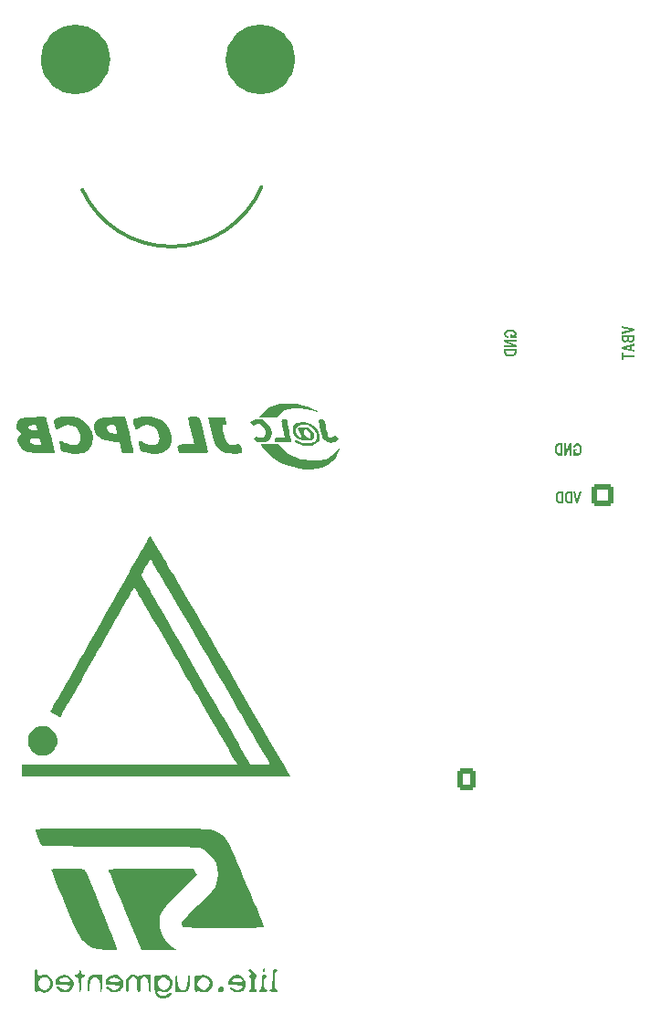
<source format=gbr>
%TF.GenerationSoftware,KiCad,Pcbnew,7.0.9*%
%TF.CreationDate,2024-06-25T19:44:48+09:00*%
%TF.ProjectId,05-PWR,30352d50-5752-42e6-9b69-6361645f7063,rev?*%
%TF.SameCoordinates,Original*%
%TF.FileFunction,Legend,Bot*%
%TF.FilePolarity,Positive*%
%FSLAX46Y46*%
G04 Gerber Fmt 4.6, Leading zero omitted, Abs format (unit mm)*
G04 Created by KiCad (PCBNEW 7.0.9) date 2024-06-25 19:44:48*
%MOMM*%
%LPD*%
G01*
G04 APERTURE LIST*
G04 Aperture macros list*
%AMRoundRect*
0 Rectangle with rounded corners*
0 $1 Rounding radius*
0 $2 $3 $4 $5 $6 $7 $8 $9 X,Y pos of 4 corners*
0 Add a 4 corners polygon primitive as box body*
4,1,4,$2,$3,$4,$5,$6,$7,$8,$9,$2,$3,0*
0 Add four circle primitives for the rounded corners*
1,1,$1+$1,$2,$3*
1,1,$1+$1,$4,$5*
1,1,$1+$1,$6,$7*
1,1,$1+$1,$8,$9*
0 Add four rect primitives between the rounded corners*
20,1,$1+$1,$2,$3,$4,$5,0*
20,1,$1+$1,$4,$5,$6,$7,0*
20,1,$1+$1,$6,$7,$8,$9,0*
20,1,$1+$1,$8,$9,$2,$3,0*%
G04 Aperture macros list end*
%ADD10C,0.300000*%
%ADD11C,3.250000*%
%ADD12C,0.150000*%
%ADD13C,3.200000*%
%ADD14C,1.440000*%
%ADD15RoundRect,0.250002X-1.699998X-1.699998X1.699998X-1.699998X1.699998X1.699998X-1.699998X1.699998X0*%
%ADD16C,3.900000*%
%ADD17R,1.700000X1.700000*%
%ADD18O,1.700000X1.700000*%
%ADD19RoundRect,0.250000X-0.600000X-0.725000X0.600000X-0.725000X0.600000X0.725000X-0.600000X0.725000X0*%
%ADD20O,1.700000X1.950000*%
%ADD21RoundRect,0.250002X1.699998X-1.699998X1.699998X1.699998X-1.699998X1.699998X-1.699998X-1.699998X0*%
%ADD22RoundRect,0.250000X0.600000X0.725000X-0.600000X0.725000X-0.600000X-0.725000X0.600000X-0.725000X0*%
%ADD23C,1.524000*%
%ADD24O,2.000000X5.200000*%
%ADD25O,2.200000X5.200000*%
%ADD26R,1.800000X1.717500*%
%ADD27O,1.800000X1.717500*%
%ADD28RoundRect,0.250001X0.799999X-0.799999X0.799999X0.799999X-0.799999X0.799999X-0.799999X-0.799999X0*%
%ADD29C,2.100000*%
%ADD30C,2.604000*%
G04 APERTURE END LIST*
D10*
X219710001Y-68579999D02*
G75*
G03*
X236321696Y-68351442I8254999J3809999D01*
G01*
D11*
X220700000Y-56515000D02*
G75*
G03*
X220700000Y-56515000I-1625000J0D01*
G01*
X237845000Y-56515000D02*
G75*
G03*
X237845000Y-56515000I-1625000J0D01*
G01*
D12*
G36*
X269765271Y-81192486D02*
G01*
X269765271Y-81373714D01*
X270573226Y-81582542D01*
X269765271Y-81780379D01*
X269765271Y-81961851D01*
X270897581Y-81676087D01*
X270897581Y-81489241D01*
X269765271Y-81192486D01*
G37*
G36*
X270902954Y-82468166D02*
G01*
X270902632Y-82485111D01*
X270901664Y-82501628D01*
X270900052Y-82517717D01*
X270897795Y-82533379D01*
X270894892Y-82548614D01*
X270891345Y-82563421D01*
X270887153Y-82577801D01*
X270882316Y-82591753D01*
X270876834Y-82605278D01*
X270870706Y-82618376D01*
X270863934Y-82631046D01*
X270856517Y-82643289D01*
X270848456Y-82655104D01*
X270839749Y-82666492D01*
X270830397Y-82677452D01*
X270820400Y-82687985D01*
X270811313Y-82696664D01*
X270801880Y-82704872D01*
X270792101Y-82712609D01*
X270781978Y-82719874D01*
X270771509Y-82726668D01*
X270760694Y-82732991D01*
X270749534Y-82738842D01*
X270738029Y-82744222D01*
X270726179Y-82749131D01*
X270713983Y-82753568D01*
X270701441Y-82757534D01*
X270688555Y-82761029D01*
X270675323Y-82764052D01*
X270661745Y-82766604D01*
X270647822Y-82768685D01*
X270633554Y-82770295D01*
X270618592Y-82771454D01*
X270603932Y-82772184D01*
X270589573Y-82772484D01*
X270575516Y-82772356D01*
X270561760Y-82771797D01*
X270548306Y-82770810D01*
X270535153Y-82769393D01*
X270522302Y-82767547D01*
X270509752Y-82765272D01*
X270497503Y-82762567D01*
X270485556Y-82759433D01*
X270473911Y-82755869D01*
X270462567Y-82751876D01*
X270451525Y-82747454D01*
X270440784Y-82742603D01*
X270430344Y-82737322D01*
X270418888Y-82731004D01*
X270407904Y-82724385D01*
X270397394Y-82717464D01*
X270387357Y-82710242D01*
X270377794Y-82702718D01*
X270368703Y-82694892D01*
X270360086Y-82686766D01*
X270351942Y-82678337D01*
X270344272Y-82669608D01*
X270337074Y-82660576D01*
X270330350Y-82651244D01*
X270324099Y-82641609D01*
X270318321Y-82631674D01*
X270313016Y-82621436D01*
X270308185Y-82610898D01*
X270303826Y-82600058D01*
X270298331Y-82609388D01*
X270292836Y-82618208D01*
X270287340Y-82626516D01*
X270280471Y-82636182D01*
X270273601Y-82645049D01*
X270266732Y-82653117D01*
X270259863Y-82660386D01*
X270248765Y-82671033D01*
X270237453Y-82680994D01*
X270225928Y-82690267D01*
X270214189Y-82698854D01*
X270202237Y-82706754D01*
X270190070Y-82713966D01*
X270177690Y-82720492D01*
X270165096Y-82726331D01*
X270152289Y-82731483D01*
X270139268Y-82735948D01*
X270126033Y-82739726D01*
X270112584Y-82742817D01*
X270098922Y-82745222D01*
X270085046Y-82746939D01*
X270070956Y-82747969D01*
X270056653Y-82748313D01*
X270039680Y-82747991D01*
X270023138Y-82747027D01*
X270007027Y-82745419D01*
X269991348Y-82743169D01*
X269976100Y-82740275D01*
X269961283Y-82736738D01*
X269946898Y-82732558D01*
X269932944Y-82727735D01*
X269919421Y-82722270D01*
X269906329Y-82716161D01*
X269893668Y-82709409D01*
X269881439Y-82702014D01*
X269869641Y-82693976D01*
X269858274Y-82685294D01*
X269847338Y-82675970D01*
X269836834Y-82666003D01*
X269827518Y-82656214D01*
X269818802Y-82646082D01*
X269810688Y-82635606D01*
X269803174Y-82624787D01*
X269796262Y-82613624D01*
X269789951Y-82602118D01*
X269784241Y-82590269D01*
X269779132Y-82578076D01*
X269774624Y-82565539D01*
X269770717Y-82552659D01*
X269767411Y-82539436D01*
X269764706Y-82525869D01*
X269762602Y-82511958D01*
X269761100Y-82497705D01*
X269760198Y-82483107D01*
X269759898Y-82468166D01*
X269759898Y-82220748D01*
X269924762Y-82220748D01*
X269924762Y-82440567D01*
X269924933Y-82447393D01*
X269925835Y-82457472D01*
X269927509Y-82467357D01*
X269929956Y-82477050D01*
X269933176Y-82486549D01*
X269937169Y-82495854D01*
X269941935Y-82504967D01*
X269947473Y-82513886D01*
X269953784Y-82522613D01*
X269960868Y-82531146D01*
X269968725Y-82539485D01*
X269970818Y-82541514D01*
X269979834Y-82548984D01*
X269989881Y-82555424D01*
X270000957Y-82560834D01*
X270013065Y-82565213D01*
X270022821Y-82567821D01*
X270033157Y-82569850D01*
X270044073Y-82571299D01*
X270055569Y-82572168D01*
X270067644Y-82572458D01*
X270071733Y-82572426D01*
X270083615Y-82571943D01*
X270094917Y-82570880D01*
X270105640Y-82569238D01*
X270115783Y-82567016D01*
X270125346Y-82564215D01*
X270137196Y-82559578D01*
X270148015Y-82553911D01*
X270157804Y-82547213D01*
X270166562Y-82539485D01*
X270171886Y-82533947D01*
X270179227Y-82525478D01*
X270185796Y-82516817D01*
X270191592Y-82507962D01*
X270196615Y-82498913D01*
X270200866Y-82489672D01*
X270204343Y-82480237D01*
X270207048Y-82470610D01*
X270208980Y-82460789D01*
X270210139Y-82450774D01*
X270210526Y-82440567D01*
X270210526Y-82220748D01*
X270397371Y-82220748D01*
X270397371Y-82451558D01*
X270397708Y-82461718D01*
X270398720Y-82471591D01*
X270401116Y-82484306D01*
X270404711Y-82496511D01*
X270409504Y-82508204D01*
X270415496Y-82519386D01*
X270422686Y-82530056D01*
X270428865Y-82537723D01*
X270435718Y-82545103D01*
X270444347Y-82552960D01*
X270453750Y-82560044D01*
X270463925Y-82566355D01*
X270474873Y-82571893D01*
X270486594Y-82576659D01*
X270499087Y-82580652D01*
X270512354Y-82583872D01*
X270526393Y-82586319D01*
X270536182Y-82587521D01*
X270546314Y-82588380D01*
X270556790Y-82588895D01*
X270567609Y-82589067D01*
X270573056Y-82589029D01*
X270583661Y-82588727D01*
X270593882Y-82588124D01*
X270608489Y-82586655D01*
X270622229Y-82584507D01*
X270635102Y-82581680D01*
X270647107Y-82578175D01*
X270658246Y-82573992D01*
X270668517Y-82569131D01*
X270677921Y-82563591D01*
X270686457Y-82557373D01*
X270694127Y-82550476D01*
X270700979Y-82543140D01*
X270707158Y-82535513D01*
X270714348Y-82524888D01*
X270720340Y-82513744D01*
X270725133Y-82502082D01*
X270728728Y-82489900D01*
X270731125Y-82477200D01*
X270732136Y-82467333D01*
X270732473Y-82457175D01*
X270732473Y-82220748D01*
X270397371Y-82220748D01*
X270210526Y-82220748D01*
X269924762Y-82220748D01*
X269759898Y-82220748D01*
X269759898Y-82055884D01*
X270902954Y-82055884D01*
X270902954Y-82468166D01*
G37*
G36*
X270897581Y-83056547D02*
G01*
X270655536Y-83106129D01*
X270655536Y-83402884D01*
X270897581Y-83452221D01*
X270897581Y-83633693D01*
X269765271Y-83353302D01*
X269765271Y-83254384D01*
X270012689Y-83254384D01*
X270485299Y-83364293D01*
X270485299Y-83144475D01*
X270012689Y-83254384D01*
X269765271Y-83254384D01*
X269765271Y-83155466D01*
X270897581Y-82869702D01*
X270897581Y-83056547D01*
G37*
G36*
X269946743Y-83700127D02*
G01*
X269765271Y-83700127D01*
X269765271Y-84398173D01*
X269946743Y-84398173D01*
X269946743Y-84139764D01*
X270897581Y-84139764D01*
X270897581Y-83963910D01*
X269946743Y-83963910D01*
X269946743Y-83700127D01*
G37*
G36*
X266010351Y-96537271D02*
G01*
X265829123Y-96537271D01*
X265620295Y-97345226D01*
X265422458Y-96537271D01*
X265240986Y-96537271D01*
X265526750Y-97669581D01*
X265713596Y-97669581D01*
X266010351Y-96537271D01*
G37*
G36*
X265146953Y-97667871D02*
G01*
X264872179Y-97667871D01*
X264861918Y-97667753D01*
X264851743Y-97667399D01*
X264841654Y-97666808D01*
X264831650Y-97665982D01*
X264821733Y-97664919D01*
X264811901Y-97663621D01*
X264802155Y-97662086D01*
X264792495Y-97660315D01*
X264782921Y-97658308D01*
X264764030Y-97653585D01*
X264745483Y-97647918D01*
X264727279Y-97641306D01*
X264709419Y-97633750D01*
X264691902Y-97625249D01*
X264683273Y-97620644D01*
X264674729Y-97615804D01*
X264666271Y-97610727D01*
X264657899Y-97605414D01*
X264649613Y-97599865D01*
X264641413Y-97594079D01*
X264633298Y-97588058D01*
X264625270Y-97581801D01*
X264617327Y-97575307D01*
X264609470Y-97568577D01*
X264601699Y-97561611D01*
X264594014Y-97554409D01*
X264586415Y-97546971D01*
X264578301Y-97538545D01*
X264570444Y-97529755D01*
X264562845Y-97520599D01*
X264555503Y-97511079D01*
X264548419Y-97501193D01*
X264541593Y-97490943D01*
X264535024Y-97480328D01*
X264528713Y-97469347D01*
X264522659Y-97458002D01*
X264516863Y-97446292D01*
X264511325Y-97434217D01*
X264506044Y-97421777D01*
X264501021Y-97408972D01*
X264496255Y-97395803D01*
X264491747Y-97382268D01*
X264487497Y-97368368D01*
X264483504Y-97354104D01*
X264479769Y-97339474D01*
X264476291Y-97324480D01*
X264473071Y-97309120D01*
X264470109Y-97293396D01*
X264467404Y-97277307D01*
X264464957Y-97260853D01*
X264462767Y-97244033D01*
X264460835Y-97226849D01*
X264459161Y-97209300D01*
X264457744Y-97191386D01*
X264456585Y-97173108D01*
X264455683Y-97154464D01*
X264455039Y-97135455D01*
X264454653Y-97116081D01*
X264454524Y-97096343D01*
X264630379Y-97096343D01*
X264630454Y-97110949D01*
X264630679Y-97125244D01*
X264631055Y-97139227D01*
X264631581Y-97152900D01*
X264632257Y-97166262D01*
X264633084Y-97179313D01*
X264634060Y-97192053D01*
X264635187Y-97204481D01*
X264636465Y-97216599D01*
X264637892Y-97228406D01*
X264639470Y-97239901D01*
X264641198Y-97251086D01*
X264643076Y-97261960D01*
X264645105Y-97272522D01*
X264647284Y-97282774D01*
X264649613Y-97292714D01*
X264654722Y-97311662D01*
X264660432Y-97329366D01*
X264666743Y-97345825D01*
X264673656Y-97361041D01*
X264681169Y-97375012D01*
X264689283Y-97387740D01*
X264697999Y-97399223D01*
X264707315Y-97409462D01*
X264716975Y-97418779D01*
X264726721Y-97427494D01*
X264736553Y-97435609D01*
X264746471Y-97443122D01*
X264756474Y-97450034D01*
X264766563Y-97456345D01*
X264776739Y-97462055D01*
X264787000Y-97467165D01*
X264797347Y-97471673D01*
X264807779Y-97475579D01*
X264818298Y-97478885D01*
X264828903Y-97481590D01*
X264839593Y-97483694D01*
X264850369Y-97485197D01*
X264861231Y-97486098D01*
X264872179Y-97486399D01*
X264982089Y-97486399D01*
X264982089Y-96706043D01*
X264872179Y-96706043D01*
X264861231Y-96706343D01*
X264850369Y-96707245D01*
X264839593Y-96708748D01*
X264828903Y-96710851D01*
X264818298Y-96713556D01*
X264807779Y-96716862D01*
X264797347Y-96720769D01*
X264787000Y-96725277D01*
X264776739Y-96730386D01*
X264766563Y-96736096D01*
X264756474Y-96742407D01*
X264746471Y-96749320D01*
X264736553Y-96756833D01*
X264726721Y-96764947D01*
X264716975Y-96773663D01*
X264707315Y-96782979D01*
X264702582Y-96787944D01*
X264693566Y-96798807D01*
X264685151Y-96810916D01*
X264677337Y-96824271D01*
X264670124Y-96838872D01*
X264663513Y-96854719D01*
X264657502Y-96871812D01*
X264652092Y-96890152D01*
X264649613Y-96899788D01*
X264647284Y-96909737D01*
X264645105Y-96919997D01*
X264643076Y-96930568D01*
X264641198Y-96941451D01*
X264639470Y-96952645D01*
X264637892Y-96964151D01*
X264636465Y-96975969D01*
X264635187Y-96988097D01*
X264634060Y-97000538D01*
X264633084Y-97013290D01*
X264632257Y-97026353D01*
X264631581Y-97039728D01*
X264631055Y-97053415D01*
X264630679Y-97067412D01*
X264630454Y-97081722D01*
X264630379Y-97096343D01*
X264454524Y-97096343D01*
X264454653Y-97076604D01*
X264455039Y-97057231D01*
X264455683Y-97038222D01*
X264456585Y-97019578D01*
X264457744Y-97001299D01*
X264459161Y-96983385D01*
X264460835Y-96965836D01*
X264462767Y-96948652D01*
X264464957Y-96931833D01*
X264467404Y-96915379D01*
X264470109Y-96899290D01*
X264473071Y-96883565D01*
X264476291Y-96868206D01*
X264479769Y-96853211D01*
X264483504Y-96838582D01*
X264487497Y-96824317D01*
X264491747Y-96810418D01*
X264496255Y-96796883D01*
X264501021Y-96783713D01*
X264506044Y-96770908D01*
X264511325Y-96758468D01*
X264516863Y-96746393D01*
X264522659Y-96734683D01*
X264528713Y-96723338D01*
X264535024Y-96712358D01*
X264541593Y-96701743D01*
X264548419Y-96691492D01*
X264555503Y-96681607D01*
X264562845Y-96672087D01*
X264570444Y-96662931D01*
X264578301Y-96654140D01*
X264586415Y-96645715D01*
X264594009Y-96638277D01*
X264601678Y-96631075D01*
X264609421Y-96624109D01*
X264617239Y-96617379D01*
X264625133Y-96610885D01*
X264633101Y-96604628D01*
X264641144Y-96598606D01*
X264649262Y-96592821D01*
X264657455Y-96587272D01*
X264674065Y-96576882D01*
X264690975Y-96567437D01*
X264708185Y-96558936D01*
X264725694Y-96551380D01*
X264743503Y-96544768D01*
X264761611Y-96539101D01*
X264780019Y-96534378D01*
X264798726Y-96530600D01*
X264817733Y-96527766D01*
X264837040Y-96525877D01*
X264846806Y-96525287D01*
X264856646Y-96524933D01*
X264866562Y-96524815D01*
X265146953Y-96524815D01*
X265146953Y-97667871D01*
G37*
G36*
X264316527Y-97667871D02*
G01*
X264041754Y-97667871D01*
X264031493Y-97667753D01*
X264021317Y-97667399D01*
X264011228Y-97666808D01*
X264001225Y-97665982D01*
X263991307Y-97664919D01*
X263981475Y-97663621D01*
X263971729Y-97662086D01*
X263962069Y-97660315D01*
X263952495Y-97658308D01*
X263933605Y-97653585D01*
X263915057Y-97647918D01*
X263896854Y-97641306D01*
X263878993Y-97633750D01*
X263861477Y-97625249D01*
X263852847Y-97620644D01*
X263844303Y-97615804D01*
X263835845Y-97610727D01*
X263827473Y-97605414D01*
X263819187Y-97599865D01*
X263810987Y-97594079D01*
X263802873Y-97588058D01*
X263794844Y-97581801D01*
X263786901Y-97575307D01*
X263779045Y-97568577D01*
X263771274Y-97561611D01*
X263763589Y-97554409D01*
X263755990Y-97546971D01*
X263747875Y-97538545D01*
X263740018Y-97529755D01*
X263732419Y-97520599D01*
X263725078Y-97511079D01*
X263717994Y-97501193D01*
X263711167Y-97490943D01*
X263704598Y-97480328D01*
X263698287Y-97469347D01*
X263692234Y-97458002D01*
X263686438Y-97446292D01*
X263680899Y-97434217D01*
X263675618Y-97421777D01*
X263670595Y-97408972D01*
X263665830Y-97395803D01*
X263661322Y-97382268D01*
X263657071Y-97368368D01*
X263653078Y-97354104D01*
X263649343Y-97339474D01*
X263645866Y-97324480D01*
X263642646Y-97309120D01*
X263639683Y-97293396D01*
X263636978Y-97277307D01*
X263634531Y-97260853D01*
X263632342Y-97244033D01*
X263630410Y-97226849D01*
X263628735Y-97209300D01*
X263627318Y-97191386D01*
X263626159Y-97173108D01*
X263625258Y-97154464D01*
X263624614Y-97135455D01*
X263624227Y-97116081D01*
X263624098Y-97096343D01*
X263799953Y-97096343D01*
X263800028Y-97110949D01*
X263800254Y-97125244D01*
X263800629Y-97139227D01*
X263801155Y-97152900D01*
X263801832Y-97166262D01*
X263802658Y-97179313D01*
X263803635Y-97192053D01*
X263804762Y-97204481D01*
X263806039Y-97216599D01*
X263807467Y-97228406D01*
X263809044Y-97239901D01*
X263810772Y-97251086D01*
X263812651Y-97261960D01*
X263814679Y-97272522D01*
X263816858Y-97282774D01*
X263819187Y-97292714D01*
X263824296Y-97311662D01*
X263830007Y-97329366D01*
X263836318Y-97345825D01*
X263843230Y-97361041D01*
X263850743Y-97375012D01*
X263858858Y-97387740D01*
X263867573Y-97399223D01*
X263876890Y-97409462D01*
X263886550Y-97418779D01*
X263896296Y-97427494D01*
X263906127Y-97435609D01*
X263916045Y-97443122D01*
X263926048Y-97450034D01*
X263936138Y-97456345D01*
X263946313Y-97462055D01*
X263956574Y-97467165D01*
X263966921Y-97471673D01*
X263977354Y-97475579D01*
X263987872Y-97478885D01*
X263998477Y-97481590D01*
X264009167Y-97483694D01*
X264019944Y-97485197D01*
X264030806Y-97486098D01*
X264041754Y-97486399D01*
X264151663Y-97486399D01*
X264151663Y-96706043D01*
X264041754Y-96706043D01*
X264030806Y-96706343D01*
X264019944Y-96707245D01*
X264009167Y-96708748D01*
X263998477Y-96710851D01*
X263987872Y-96713556D01*
X263977354Y-96716862D01*
X263966921Y-96720769D01*
X263956574Y-96725277D01*
X263946313Y-96730386D01*
X263936138Y-96736096D01*
X263926048Y-96742407D01*
X263916045Y-96749320D01*
X263906127Y-96756833D01*
X263896296Y-96764947D01*
X263886550Y-96773663D01*
X263876890Y-96782979D01*
X263872156Y-96787944D01*
X263863140Y-96798807D01*
X263854725Y-96810916D01*
X263846912Y-96824271D01*
X263839699Y-96838872D01*
X263833087Y-96854719D01*
X263827076Y-96871812D01*
X263821667Y-96890152D01*
X263819187Y-96899788D01*
X263816858Y-96909737D01*
X263814679Y-96919997D01*
X263812651Y-96930568D01*
X263810772Y-96941451D01*
X263809044Y-96952645D01*
X263807467Y-96964151D01*
X263806039Y-96975969D01*
X263804762Y-96988097D01*
X263803635Y-97000538D01*
X263802658Y-97013290D01*
X263801832Y-97026353D01*
X263801155Y-97039728D01*
X263800629Y-97053415D01*
X263800254Y-97067412D01*
X263800028Y-97081722D01*
X263799953Y-97096343D01*
X263624098Y-97096343D01*
X263624227Y-97076604D01*
X263624614Y-97057231D01*
X263625258Y-97038222D01*
X263626159Y-97019578D01*
X263627318Y-97001299D01*
X263628735Y-96983385D01*
X263630410Y-96965836D01*
X263632342Y-96948652D01*
X263634531Y-96931833D01*
X263636978Y-96915379D01*
X263639683Y-96899290D01*
X263642646Y-96883565D01*
X263645866Y-96868206D01*
X263649343Y-96853211D01*
X263653078Y-96838582D01*
X263657071Y-96824317D01*
X263661322Y-96810418D01*
X263665830Y-96796883D01*
X263670595Y-96783713D01*
X263675618Y-96770908D01*
X263680899Y-96758468D01*
X263686438Y-96746393D01*
X263692234Y-96734683D01*
X263698287Y-96723338D01*
X263704598Y-96712358D01*
X263711167Y-96701743D01*
X263717994Y-96691492D01*
X263725078Y-96681607D01*
X263732419Y-96672087D01*
X263740018Y-96662931D01*
X263747875Y-96654140D01*
X263755990Y-96645715D01*
X263763583Y-96638277D01*
X263771252Y-96631075D01*
X263778995Y-96624109D01*
X263786814Y-96617379D01*
X263794707Y-96610885D01*
X263802675Y-96604628D01*
X263810718Y-96598606D01*
X263818836Y-96592821D01*
X263827029Y-96587272D01*
X263843640Y-96576882D01*
X263860550Y-96567437D01*
X263877759Y-96558936D01*
X263895268Y-96551380D01*
X263913077Y-96544768D01*
X263931185Y-96539101D01*
X263949593Y-96534378D01*
X263968301Y-96530600D01*
X263987308Y-96527766D01*
X264006614Y-96525877D01*
X264016380Y-96525287D01*
X264026221Y-96524933D01*
X264036136Y-96524815D01*
X264316527Y-96524815D01*
X264316527Y-97667871D01*
G37*
G36*
X265334532Y-92262752D02*
G01*
X265327154Y-92273872D01*
X265320163Y-92285250D01*
X265313560Y-92296884D01*
X265307344Y-92308777D01*
X265301516Y-92320927D01*
X265296075Y-92333335D01*
X265291021Y-92346000D01*
X265286355Y-92358923D01*
X265282076Y-92372104D01*
X265278184Y-92385542D01*
X265274680Y-92399237D01*
X265271563Y-92413191D01*
X265268833Y-92427402D01*
X265266491Y-92441870D01*
X265264536Y-92456596D01*
X265262968Y-92471580D01*
X265433450Y-92471580D01*
X265435818Y-92456024D01*
X265438831Y-92440985D01*
X265442489Y-92426463D01*
X265446792Y-92412458D01*
X265451740Y-92398970D01*
X265457332Y-92386000D01*
X265463570Y-92373546D01*
X265470453Y-92361610D01*
X265477980Y-92350190D01*
X265486153Y-92339288D01*
X265494971Y-92328903D01*
X265504433Y-92319035D01*
X265514540Y-92309684D01*
X265525293Y-92300851D01*
X265536690Y-92292534D01*
X265548733Y-92284734D01*
X265562385Y-92279010D01*
X265575866Y-92274232D01*
X265589176Y-92270400D01*
X265602313Y-92267515D01*
X265615279Y-92265577D01*
X265628073Y-92264584D01*
X265640696Y-92264538D01*
X265653146Y-92265439D01*
X265665425Y-92267286D01*
X265677533Y-92270080D01*
X265689468Y-92273820D01*
X265701232Y-92278506D01*
X265712824Y-92284139D01*
X265724244Y-92290718D01*
X265735492Y-92298244D01*
X265746569Y-92306716D01*
X265761210Y-92319660D01*
X265768175Y-92326566D01*
X265774905Y-92333762D01*
X265781399Y-92341248D01*
X265787656Y-92349023D01*
X265793678Y-92357087D01*
X265799463Y-92365441D01*
X265805012Y-92374085D01*
X265810325Y-92383018D01*
X265815402Y-92392241D01*
X265820243Y-92401753D01*
X265824847Y-92411555D01*
X265829216Y-92421647D01*
X265833348Y-92432028D01*
X265837244Y-92442698D01*
X265840905Y-92453659D01*
X265844328Y-92464908D01*
X265847516Y-92476448D01*
X265850468Y-92488276D01*
X265853183Y-92500395D01*
X265855663Y-92512803D01*
X265857906Y-92525500D01*
X265859913Y-92538487D01*
X265861684Y-92551764D01*
X265863219Y-92565330D01*
X265864518Y-92579186D01*
X265865580Y-92593331D01*
X265866407Y-92607766D01*
X265866997Y-92622491D01*
X265867351Y-92637505D01*
X265867469Y-92652808D01*
X265867400Y-92665753D01*
X265867191Y-92678482D01*
X265866843Y-92690997D01*
X265866355Y-92703298D01*
X265865728Y-92715384D01*
X265864962Y-92727255D01*
X265864057Y-92738911D01*
X265863012Y-92750353D01*
X265861828Y-92761580D01*
X265860505Y-92772592D01*
X265859042Y-92783390D01*
X265857440Y-92793973D01*
X265855699Y-92804341D01*
X265853819Y-92814495D01*
X265851799Y-92824434D01*
X265849640Y-92834159D01*
X265847341Y-92843668D01*
X265842327Y-92862044D01*
X265836755Y-92879561D01*
X265830626Y-92896219D01*
X265823940Y-92912018D01*
X265816697Y-92926959D01*
X265808896Y-92941041D01*
X265800538Y-92954265D01*
X265796151Y-92960554D01*
X265787800Y-92971882D01*
X265779233Y-92982479D01*
X265770451Y-92992345D01*
X265761453Y-93001480D01*
X265752239Y-93009885D01*
X265742810Y-93017558D01*
X265733166Y-93024501D01*
X265723305Y-93030713D01*
X265713229Y-93036194D01*
X265702938Y-93040945D01*
X265692430Y-93044964D01*
X265681708Y-93048253D01*
X265670769Y-93050811D01*
X265659615Y-93052638D01*
X265648245Y-93053734D01*
X265636660Y-93054099D01*
X265626499Y-93053820D01*
X265616594Y-93052981D01*
X265602216Y-93050675D01*
X265588413Y-93047111D01*
X265575185Y-93042289D01*
X265562532Y-93036209D01*
X265550455Y-93028870D01*
X265538953Y-93020275D01*
X265528027Y-93010421D01*
X265521062Y-93003152D01*
X265514353Y-92995325D01*
X265507900Y-92986939D01*
X265504769Y-92982536D01*
X265498666Y-92973406D01*
X265492690Y-92963844D01*
X265486843Y-92953851D01*
X265481123Y-92943427D01*
X265475531Y-92932571D01*
X265470067Y-92921285D01*
X265464731Y-92909567D01*
X265459523Y-92897418D01*
X265454442Y-92884837D01*
X265449490Y-92871825D01*
X265444665Y-92858383D01*
X265439968Y-92844508D01*
X265435399Y-92830203D01*
X265430958Y-92815466D01*
X265426645Y-92800299D01*
X265422459Y-92784699D01*
X265609305Y-92784699D01*
X265609305Y-92619836D01*
X265251978Y-92619836D01*
X265251978Y-93224581D01*
X265394860Y-93224581D01*
X265394860Y-93081454D01*
X265403860Y-93093907D01*
X265412999Y-93105834D01*
X265422279Y-93117234D01*
X265431698Y-93128109D01*
X265441257Y-93138457D01*
X265450956Y-93148279D01*
X265460795Y-93157575D01*
X265470773Y-93166344D01*
X265480892Y-93174588D01*
X265491149Y-93182305D01*
X265501547Y-93189496D01*
X265512085Y-93196161D01*
X265522762Y-93202300D01*
X265533579Y-93207912D01*
X265544536Y-93212999D01*
X265555632Y-93217559D01*
X265566869Y-93221593D01*
X265578245Y-93225101D01*
X265589761Y-93228082D01*
X265601417Y-93230538D01*
X265613212Y-93232467D01*
X265625147Y-93233871D01*
X265637222Y-93234748D01*
X265649437Y-93235099D01*
X265661791Y-93234923D01*
X265674286Y-93234222D01*
X265686920Y-93232994D01*
X265699694Y-93231240D01*
X265712607Y-93228960D01*
X265725661Y-93226154D01*
X265738854Y-93222822D01*
X265752187Y-93218963D01*
X265767778Y-93212423D01*
X265782984Y-93205198D01*
X265797805Y-93197288D01*
X265812240Y-93188692D01*
X265826290Y-93179412D01*
X265839954Y-93169447D01*
X265853233Y-93158796D01*
X265866126Y-93147461D01*
X265878634Y-93135441D01*
X265890757Y-93122735D01*
X265902494Y-93109345D01*
X265913845Y-93095269D01*
X265924811Y-93080509D01*
X265935392Y-93065064D01*
X265945587Y-93048933D01*
X265955397Y-93032117D01*
X265960476Y-93022761D01*
X265965394Y-93013255D01*
X265970150Y-93003600D01*
X265974746Y-92993794D01*
X265979180Y-92983839D01*
X265983452Y-92973734D01*
X265987564Y-92963479D01*
X265991514Y-92953074D01*
X265995303Y-92942520D01*
X265998931Y-92931816D01*
X266002398Y-92920962D01*
X266005703Y-92909958D01*
X266008847Y-92898804D01*
X266011830Y-92887501D01*
X266014652Y-92876048D01*
X266017312Y-92864445D01*
X266019812Y-92852692D01*
X266022150Y-92840789D01*
X266024326Y-92828737D01*
X266026342Y-92816535D01*
X266028196Y-92804183D01*
X266029889Y-92791681D01*
X266031421Y-92779030D01*
X266032791Y-92766229D01*
X266034001Y-92753277D01*
X266035049Y-92740177D01*
X266035936Y-92726926D01*
X266036661Y-92713526D01*
X266037225Y-92699975D01*
X266037629Y-92686275D01*
X266037870Y-92672425D01*
X266037951Y-92658426D01*
X266037887Y-92646120D01*
X266037693Y-92633932D01*
X266037371Y-92621862D01*
X266036921Y-92609909D01*
X266036341Y-92598075D01*
X266035633Y-92586358D01*
X266034795Y-92574759D01*
X266033829Y-92563278D01*
X266032735Y-92551915D01*
X266031511Y-92540669D01*
X266030159Y-92529542D01*
X266028677Y-92518532D01*
X266027067Y-92507640D01*
X266025329Y-92496866D01*
X266023461Y-92486210D01*
X266021465Y-92475671D01*
X266019339Y-92465251D01*
X266017085Y-92454948D01*
X266014703Y-92444763D01*
X266012191Y-92434696D01*
X266009551Y-92424746D01*
X266006781Y-92414915D01*
X266003883Y-92405201D01*
X266000857Y-92395605D01*
X265997701Y-92386127D01*
X265994417Y-92376767D01*
X265991003Y-92367525D01*
X265987461Y-92358400D01*
X265979991Y-92340505D01*
X265972005Y-92323080D01*
X265965007Y-92308884D01*
X265957752Y-92295115D01*
X265950238Y-92281773D01*
X265942467Y-92268859D01*
X265934439Y-92256372D01*
X265926153Y-92244312D01*
X265917609Y-92232680D01*
X265908808Y-92221475D01*
X265899749Y-92210698D01*
X265890432Y-92200348D01*
X265880858Y-92190426D01*
X265871026Y-92180931D01*
X265860937Y-92171864D01*
X265850590Y-92163224D01*
X265839985Y-92155011D01*
X265829123Y-92147226D01*
X265818047Y-92139920D01*
X265806798Y-92133086D01*
X265795378Y-92126724D01*
X265783786Y-92120832D01*
X265772022Y-92115412D01*
X265760087Y-92110463D01*
X265747979Y-92105986D01*
X265735700Y-92101980D01*
X265723250Y-92098445D01*
X265710627Y-92095381D01*
X265697833Y-92092789D01*
X265684867Y-92090668D01*
X265671730Y-92089019D01*
X265658421Y-92087840D01*
X265644939Y-92087133D01*
X265631287Y-92086898D01*
X265620349Y-92087069D01*
X265609519Y-92087585D01*
X265598797Y-92088443D01*
X265588182Y-92089645D01*
X265577674Y-92091191D01*
X265567273Y-92093080D01*
X265556980Y-92095313D01*
X265546794Y-92097889D01*
X265536715Y-92100808D01*
X265526744Y-92104071D01*
X265516880Y-92107677D01*
X265507124Y-92111627D01*
X265497474Y-92115921D01*
X265487932Y-92120557D01*
X265478498Y-92125538D01*
X265469170Y-92130861D01*
X265459951Y-92136529D01*
X265450838Y-92142539D01*
X265441833Y-92148893D01*
X265432935Y-92155591D01*
X265424144Y-92162632D01*
X265415461Y-92170017D01*
X265406885Y-92177745D01*
X265398416Y-92185816D01*
X265390055Y-92194231D01*
X265381801Y-92202989D01*
X265373655Y-92212091D01*
X265365615Y-92221536D01*
X265357683Y-92231325D01*
X265349859Y-92241458D01*
X265342142Y-92251933D01*
X265334532Y-92262752D01*
G37*
G36*
X265113736Y-93224581D02*
G01*
X265113736Y-92092271D01*
X264915899Y-92092271D01*
X264558572Y-92861636D01*
X264558572Y-92092271D01*
X264382717Y-92092271D01*
X264382717Y-93224581D01*
X264564190Y-93224581D01*
X264937881Y-92438607D01*
X264937881Y-93224581D01*
X265113736Y-93224581D01*
G37*
G36*
X264228600Y-93222871D02*
G01*
X263953827Y-93222871D01*
X263943566Y-93222753D01*
X263933391Y-93222399D01*
X263923301Y-93221808D01*
X263913298Y-93220982D01*
X263903380Y-93219919D01*
X263893548Y-93218621D01*
X263883803Y-93217086D01*
X263874143Y-93215315D01*
X263864568Y-93213308D01*
X263845678Y-93208585D01*
X263827131Y-93202918D01*
X263808927Y-93196306D01*
X263791067Y-93188750D01*
X263773550Y-93180249D01*
X263764920Y-93175644D01*
X263756376Y-93170804D01*
X263747919Y-93165727D01*
X263739547Y-93160414D01*
X263731260Y-93154865D01*
X263723060Y-93149079D01*
X263714946Y-93143058D01*
X263706917Y-93136801D01*
X263698975Y-93130307D01*
X263691118Y-93123577D01*
X263683347Y-93116611D01*
X263675662Y-93109409D01*
X263668063Y-93101971D01*
X263659948Y-93093545D01*
X263652091Y-93084755D01*
X263644492Y-93075599D01*
X263637151Y-93066079D01*
X263630067Y-93056193D01*
X263623240Y-93045943D01*
X263616671Y-93035328D01*
X263610360Y-93024347D01*
X263604307Y-93013002D01*
X263598511Y-93001292D01*
X263592972Y-92989217D01*
X263587691Y-92976777D01*
X263582668Y-92963972D01*
X263577903Y-92950803D01*
X263573395Y-92937268D01*
X263569144Y-92923368D01*
X263565152Y-92909104D01*
X263561416Y-92894474D01*
X263557939Y-92879480D01*
X263554719Y-92864120D01*
X263551756Y-92848396D01*
X263549052Y-92832307D01*
X263546604Y-92815853D01*
X263544415Y-92799033D01*
X263542483Y-92781849D01*
X263540808Y-92764300D01*
X263539392Y-92746386D01*
X263538232Y-92728108D01*
X263537331Y-92709464D01*
X263536687Y-92690455D01*
X263536300Y-92671081D01*
X263536172Y-92651343D01*
X263712026Y-92651343D01*
X263712102Y-92665949D01*
X263712327Y-92680244D01*
X263712703Y-92694227D01*
X263713229Y-92707900D01*
X263713905Y-92721262D01*
X263714731Y-92734313D01*
X263715708Y-92747053D01*
X263716835Y-92759481D01*
X263718112Y-92771599D01*
X263719540Y-92783406D01*
X263721117Y-92794901D01*
X263722846Y-92806086D01*
X263724724Y-92816960D01*
X263726752Y-92827522D01*
X263728931Y-92837774D01*
X263731260Y-92847714D01*
X263736370Y-92866662D01*
X263742080Y-92884366D01*
X263748391Y-92900825D01*
X263755303Y-92916041D01*
X263762816Y-92930012D01*
X263770931Y-92942740D01*
X263779646Y-92954223D01*
X263788963Y-92964462D01*
X263798623Y-92973779D01*
X263808369Y-92982494D01*
X263818200Y-92990609D01*
X263828118Y-92998122D01*
X263838122Y-93005034D01*
X263848211Y-93011345D01*
X263858386Y-93017055D01*
X263868647Y-93022165D01*
X263878994Y-93026673D01*
X263889427Y-93030579D01*
X263899945Y-93033885D01*
X263910550Y-93036590D01*
X263921240Y-93038694D01*
X263932017Y-93040197D01*
X263942879Y-93041098D01*
X263953827Y-93041399D01*
X264063736Y-93041399D01*
X264063736Y-92261043D01*
X263953827Y-92261043D01*
X263942879Y-92261343D01*
X263932017Y-92262245D01*
X263921240Y-92263748D01*
X263910550Y-92265851D01*
X263899945Y-92268556D01*
X263889427Y-92271862D01*
X263878994Y-92275769D01*
X263868647Y-92280277D01*
X263858386Y-92285386D01*
X263848211Y-92291096D01*
X263838122Y-92297407D01*
X263828118Y-92304320D01*
X263818200Y-92311833D01*
X263808369Y-92319947D01*
X263798623Y-92328663D01*
X263788963Y-92337979D01*
X263784229Y-92342944D01*
X263775213Y-92353807D01*
X263766799Y-92365916D01*
X263758985Y-92379271D01*
X263751772Y-92393872D01*
X263745160Y-92409719D01*
X263739149Y-92426812D01*
X263733740Y-92445152D01*
X263731260Y-92454788D01*
X263728931Y-92464737D01*
X263726752Y-92474997D01*
X263724724Y-92485568D01*
X263722846Y-92496451D01*
X263721117Y-92507645D01*
X263719540Y-92519151D01*
X263718112Y-92530969D01*
X263716835Y-92543097D01*
X263715708Y-92555538D01*
X263714731Y-92568290D01*
X263713905Y-92581353D01*
X263713229Y-92594728D01*
X263712703Y-92608415D01*
X263712327Y-92622412D01*
X263712102Y-92636722D01*
X263712026Y-92651343D01*
X263536172Y-92651343D01*
X263536300Y-92631604D01*
X263536687Y-92612231D01*
X263537331Y-92593222D01*
X263538232Y-92574578D01*
X263539392Y-92556299D01*
X263540808Y-92538385D01*
X263542483Y-92520836D01*
X263544415Y-92503652D01*
X263546604Y-92486833D01*
X263549052Y-92470379D01*
X263551756Y-92454290D01*
X263554719Y-92438565D01*
X263557939Y-92423206D01*
X263561416Y-92408211D01*
X263565152Y-92393582D01*
X263569144Y-92379317D01*
X263573395Y-92365418D01*
X263577903Y-92351883D01*
X263582668Y-92338713D01*
X263587691Y-92325908D01*
X263592972Y-92313468D01*
X263598511Y-92301393D01*
X263604307Y-92289683D01*
X263610360Y-92278338D01*
X263616671Y-92267358D01*
X263623240Y-92256743D01*
X263630067Y-92246492D01*
X263637151Y-92236607D01*
X263644492Y-92227087D01*
X263652091Y-92217931D01*
X263659948Y-92209140D01*
X263668063Y-92200715D01*
X263675656Y-92193277D01*
X263683325Y-92186075D01*
X263691068Y-92179109D01*
X263698887Y-92172379D01*
X263706780Y-92165885D01*
X263714748Y-92159628D01*
X263722791Y-92153606D01*
X263730909Y-92147821D01*
X263739102Y-92142272D01*
X263755713Y-92131882D01*
X263772623Y-92122437D01*
X263789832Y-92113936D01*
X263807341Y-92106380D01*
X263825150Y-92099768D01*
X263843258Y-92094101D01*
X263861666Y-92089378D01*
X263880374Y-92085600D01*
X263899381Y-92082766D01*
X263918688Y-92080877D01*
X263928453Y-92080287D01*
X263938294Y-92079933D01*
X263948209Y-92079815D01*
X264228600Y-92079815D01*
X264228600Y-93222871D01*
G37*
G36*
X259013752Y-82264467D02*
G01*
X259024872Y-82271845D01*
X259036250Y-82278836D01*
X259047884Y-82285439D01*
X259059777Y-82291655D01*
X259071927Y-82297483D01*
X259084335Y-82302924D01*
X259097000Y-82307978D01*
X259109923Y-82312644D01*
X259123104Y-82316923D01*
X259136542Y-82320815D01*
X259150237Y-82324319D01*
X259164191Y-82327436D01*
X259178402Y-82330166D01*
X259192870Y-82332508D01*
X259207596Y-82334463D01*
X259222580Y-82336031D01*
X259222580Y-82165549D01*
X259207024Y-82163181D01*
X259191985Y-82160168D01*
X259177463Y-82156510D01*
X259163458Y-82152207D01*
X259149970Y-82147259D01*
X259137000Y-82141667D01*
X259124546Y-82135429D01*
X259112610Y-82128546D01*
X259101190Y-82121019D01*
X259090288Y-82112846D01*
X259079903Y-82104028D01*
X259070035Y-82094566D01*
X259060684Y-82084459D01*
X259051851Y-82073706D01*
X259043534Y-82062309D01*
X259035734Y-82050266D01*
X259030010Y-82036614D01*
X259025232Y-82023133D01*
X259021400Y-82009823D01*
X259018515Y-81996686D01*
X259016577Y-81983720D01*
X259015584Y-81970926D01*
X259015538Y-81958303D01*
X259016439Y-81945853D01*
X259018286Y-81933574D01*
X259021080Y-81921466D01*
X259024820Y-81909531D01*
X259029506Y-81897767D01*
X259035139Y-81886175D01*
X259041718Y-81874755D01*
X259049244Y-81863507D01*
X259057716Y-81852430D01*
X259070660Y-81837789D01*
X259077566Y-81830824D01*
X259084762Y-81824094D01*
X259092248Y-81817600D01*
X259100023Y-81811343D01*
X259108087Y-81805321D01*
X259116441Y-81799536D01*
X259125085Y-81793987D01*
X259134018Y-81788674D01*
X259143241Y-81783597D01*
X259152753Y-81778756D01*
X259162555Y-81774152D01*
X259172647Y-81769783D01*
X259183028Y-81765651D01*
X259193698Y-81761755D01*
X259204659Y-81758094D01*
X259215908Y-81754671D01*
X259227448Y-81751483D01*
X259239276Y-81748531D01*
X259251395Y-81745816D01*
X259263803Y-81743336D01*
X259276500Y-81741093D01*
X259289487Y-81739086D01*
X259302764Y-81737315D01*
X259316330Y-81735780D01*
X259330186Y-81734481D01*
X259344331Y-81733419D01*
X259358766Y-81732592D01*
X259373491Y-81732002D01*
X259388505Y-81731648D01*
X259403808Y-81731530D01*
X259416753Y-81731599D01*
X259429482Y-81731808D01*
X259441997Y-81732156D01*
X259454298Y-81732644D01*
X259466384Y-81733271D01*
X259478255Y-81734037D01*
X259489911Y-81734942D01*
X259501353Y-81735987D01*
X259512580Y-81737171D01*
X259523592Y-81738494D01*
X259534390Y-81739957D01*
X259544973Y-81741559D01*
X259555341Y-81743300D01*
X259565495Y-81745180D01*
X259575434Y-81747200D01*
X259585159Y-81749359D01*
X259594668Y-81751658D01*
X259613044Y-81756672D01*
X259630561Y-81762244D01*
X259647219Y-81768373D01*
X259663018Y-81775059D01*
X259677959Y-81782302D01*
X259692041Y-81790103D01*
X259705265Y-81798461D01*
X259711554Y-81802848D01*
X259722882Y-81811199D01*
X259733479Y-81819766D01*
X259743345Y-81828548D01*
X259752480Y-81837546D01*
X259760885Y-81846760D01*
X259768558Y-81856189D01*
X259775501Y-81865833D01*
X259781713Y-81875694D01*
X259787194Y-81885770D01*
X259791945Y-81896061D01*
X259795964Y-81906569D01*
X259799253Y-81917291D01*
X259801811Y-81928230D01*
X259803638Y-81939384D01*
X259804734Y-81950754D01*
X259805099Y-81962339D01*
X259804820Y-81972500D01*
X259803981Y-81982405D01*
X259801675Y-81996783D01*
X259798111Y-82010586D01*
X259793289Y-82023814D01*
X259787209Y-82036467D01*
X259779870Y-82048544D01*
X259771275Y-82060046D01*
X259761421Y-82070972D01*
X259754152Y-82077937D01*
X259746325Y-82084646D01*
X259737939Y-82091099D01*
X259733536Y-82094230D01*
X259724406Y-82100333D01*
X259714844Y-82106309D01*
X259704851Y-82112156D01*
X259694427Y-82117876D01*
X259683571Y-82123468D01*
X259672285Y-82128932D01*
X259660567Y-82134268D01*
X259648418Y-82139476D01*
X259635837Y-82144557D01*
X259622825Y-82149509D01*
X259609383Y-82154334D01*
X259595508Y-82159031D01*
X259581203Y-82163600D01*
X259566466Y-82168041D01*
X259551299Y-82172354D01*
X259535699Y-82176540D01*
X259535699Y-81989694D01*
X259370836Y-81989694D01*
X259370836Y-82347021D01*
X259975581Y-82347021D01*
X259975581Y-82204139D01*
X259832454Y-82204139D01*
X259844907Y-82195139D01*
X259856834Y-82186000D01*
X259868234Y-82176720D01*
X259879109Y-82167301D01*
X259889457Y-82157742D01*
X259899279Y-82148043D01*
X259908575Y-82138204D01*
X259917344Y-82128226D01*
X259925588Y-82118107D01*
X259933305Y-82107850D01*
X259940496Y-82097452D01*
X259947161Y-82086914D01*
X259953300Y-82076237D01*
X259958912Y-82065420D01*
X259963999Y-82054463D01*
X259968559Y-82043367D01*
X259972593Y-82032130D01*
X259976101Y-82020754D01*
X259979082Y-82009238D01*
X259981538Y-81997582D01*
X259983467Y-81985787D01*
X259984871Y-81973852D01*
X259985748Y-81961777D01*
X259986099Y-81949562D01*
X259985923Y-81937208D01*
X259985222Y-81924713D01*
X259983994Y-81912079D01*
X259982240Y-81899305D01*
X259979960Y-81886392D01*
X259977154Y-81873338D01*
X259973822Y-81860145D01*
X259969963Y-81846812D01*
X259963423Y-81831221D01*
X259956198Y-81816015D01*
X259948288Y-81801194D01*
X259939692Y-81786759D01*
X259930412Y-81772709D01*
X259920447Y-81759045D01*
X259909796Y-81745766D01*
X259898461Y-81732873D01*
X259886441Y-81720365D01*
X259873735Y-81708242D01*
X259860345Y-81696505D01*
X259846269Y-81685154D01*
X259831509Y-81674188D01*
X259816064Y-81663607D01*
X259799933Y-81653412D01*
X259783117Y-81643602D01*
X259773761Y-81638523D01*
X259764255Y-81633605D01*
X259754600Y-81628849D01*
X259744794Y-81624253D01*
X259734839Y-81619819D01*
X259724734Y-81615547D01*
X259714479Y-81611435D01*
X259704074Y-81607485D01*
X259693520Y-81603696D01*
X259682816Y-81600068D01*
X259671962Y-81596601D01*
X259660958Y-81593296D01*
X259649804Y-81590152D01*
X259638501Y-81587169D01*
X259627048Y-81584347D01*
X259615445Y-81581687D01*
X259603692Y-81579187D01*
X259591789Y-81576849D01*
X259579737Y-81574673D01*
X259567535Y-81572657D01*
X259555183Y-81570803D01*
X259542681Y-81569110D01*
X259530030Y-81567578D01*
X259517229Y-81566208D01*
X259504277Y-81564998D01*
X259491177Y-81563950D01*
X259477926Y-81563063D01*
X259464526Y-81562338D01*
X259450975Y-81561774D01*
X259437275Y-81561370D01*
X259423425Y-81561129D01*
X259409426Y-81561048D01*
X259397120Y-81561112D01*
X259384932Y-81561306D01*
X259372862Y-81561628D01*
X259360909Y-81562078D01*
X259349075Y-81562658D01*
X259337358Y-81563366D01*
X259325759Y-81564204D01*
X259314278Y-81565170D01*
X259302915Y-81566264D01*
X259291669Y-81567488D01*
X259280542Y-81568840D01*
X259269532Y-81570322D01*
X259258640Y-81571932D01*
X259247866Y-81573670D01*
X259237210Y-81575538D01*
X259226671Y-81577534D01*
X259216251Y-81579660D01*
X259205948Y-81581914D01*
X259195763Y-81584296D01*
X259185696Y-81586808D01*
X259175746Y-81589448D01*
X259165915Y-81592218D01*
X259156201Y-81595116D01*
X259146605Y-81598142D01*
X259137127Y-81601298D01*
X259127767Y-81604582D01*
X259118525Y-81607996D01*
X259109400Y-81611538D01*
X259091505Y-81619008D01*
X259074080Y-81626994D01*
X259059884Y-81633992D01*
X259046115Y-81641247D01*
X259032773Y-81648761D01*
X259019859Y-81656532D01*
X259007372Y-81664560D01*
X258995312Y-81672846D01*
X258983680Y-81681390D01*
X258972475Y-81690191D01*
X258961698Y-81699250D01*
X258951348Y-81708567D01*
X258941426Y-81718141D01*
X258931931Y-81727973D01*
X258922864Y-81738062D01*
X258914224Y-81748409D01*
X258906011Y-81759014D01*
X258898226Y-81769876D01*
X258890920Y-81780952D01*
X258884086Y-81792201D01*
X258877724Y-81803621D01*
X258871832Y-81815213D01*
X258866412Y-81826977D01*
X258861463Y-81838912D01*
X258856986Y-81851020D01*
X258852980Y-81863299D01*
X258849445Y-81875749D01*
X258846381Y-81888372D01*
X258843789Y-81901166D01*
X258841668Y-81914132D01*
X258840019Y-81927269D01*
X258838840Y-81940578D01*
X258838133Y-81954060D01*
X258837898Y-81967712D01*
X258838069Y-81978650D01*
X258838585Y-81989480D01*
X258839443Y-82000202D01*
X258840645Y-82010817D01*
X258842191Y-82021325D01*
X258844080Y-82031726D01*
X258846313Y-82042019D01*
X258848889Y-82052205D01*
X258851808Y-82062284D01*
X258855071Y-82072255D01*
X258858677Y-82082119D01*
X258862627Y-82091875D01*
X258866921Y-82101525D01*
X258871557Y-82111067D01*
X258876538Y-82120501D01*
X258881861Y-82129829D01*
X258887529Y-82139048D01*
X258893539Y-82148161D01*
X258899893Y-82157166D01*
X258906591Y-82166064D01*
X258913632Y-82174855D01*
X258921017Y-82183538D01*
X258928745Y-82192114D01*
X258936816Y-82200583D01*
X258945231Y-82208944D01*
X258953989Y-82217198D01*
X258963091Y-82225344D01*
X258972536Y-82233384D01*
X258982325Y-82241316D01*
X258992458Y-82249140D01*
X259002933Y-82256857D01*
X259013752Y-82264467D01*
G37*
G36*
X259975581Y-82485263D02*
G01*
X258843271Y-82485263D01*
X258843271Y-82683100D01*
X259612636Y-83040427D01*
X258843271Y-83040427D01*
X258843271Y-83216282D01*
X259975581Y-83216282D01*
X259975581Y-83034809D01*
X259189607Y-82661118D01*
X259975581Y-82661118D01*
X259975581Y-82485263D01*
G37*
G36*
X259973871Y-83645172D02*
G01*
X259973753Y-83655433D01*
X259973399Y-83665608D01*
X259972808Y-83675698D01*
X259971982Y-83685701D01*
X259970919Y-83695619D01*
X259969621Y-83705451D01*
X259968086Y-83715196D01*
X259966315Y-83724856D01*
X259964308Y-83734431D01*
X259959585Y-83753321D01*
X259953918Y-83771868D01*
X259947306Y-83790072D01*
X259939750Y-83807932D01*
X259931249Y-83825449D01*
X259926644Y-83834079D01*
X259921804Y-83842623D01*
X259916727Y-83851080D01*
X259911414Y-83859452D01*
X259905865Y-83867739D01*
X259900079Y-83875939D01*
X259894058Y-83884053D01*
X259887801Y-83892082D01*
X259881307Y-83900024D01*
X259874577Y-83907881D01*
X259867611Y-83915652D01*
X259860409Y-83923337D01*
X259852971Y-83930936D01*
X259844545Y-83939051D01*
X259835755Y-83946908D01*
X259826599Y-83954507D01*
X259817079Y-83961848D01*
X259807193Y-83968932D01*
X259796943Y-83975759D01*
X259786328Y-83982328D01*
X259775347Y-83988639D01*
X259764002Y-83994692D01*
X259752292Y-84000488D01*
X259740217Y-84006027D01*
X259727777Y-84011308D01*
X259714972Y-84016331D01*
X259701803Y-84021096D01*
X259688268Y-84025604D01*
X259674368Y-84029855D01*
X259660104Y-84033847D01*
X259645474Y-84037583D01*
X259630480Y-84041060D01*
X259615120Y-84044280D01*
X259599396Y-84047243D01*
X259583307Y-84049947D01*
X259566853Y-84052395D01*
X259550033Y-84054584D01*
X259532849Y-84056516D01*
X259515300Y-84058191D01*
X259497386Y-84059607D01*
X259479108Y-84060767D01*
X259460464Y-84061668D01*
X259441455Y-84062312D01*
X259422081Y-84062699D01*
X259402343Y-84062827D01*
X259382604Y-84062699D01*
X259363231Y-84062312D01*
X259344222Y-84061668D01*
X259325578Y-84060767D01*
X259307299Y-84059607D01*
X259289385Y-84058191D01*
X259271836Y-84056516D01*
X259254652Y-84054584D01*
X259237833Y-84052395D01*
X259221379Y-84049947D01*
X259205290Y-84047243D01*
X259189565Y-84044280D01*
X259174206Y-84041060D01*
X259159211Y-84037583D01*
X259144582Y-84033847D01*
X259130317Y-84029855D01*
X259116418Y-84025604D01*
X259102883Y-84021096D01*
X259089713Y-84016331D01*
X259076908Y-84011308D01*
X259064468Y-84006027D01*
X259052393Y-84000488D01*
X259040683Y-83994692D01*
X259029338Y-83988639D01*
X259018358Y-83982328D01*
X259007743Y-83975759D01*
X258997492Y-83968932D01*
X258987607Y-83961848D01*
X258978087Y-83954507D01*
X258968931Y-83946908D01*
X258960140Y-83939051D01*
X258951715Y-83930936D01*
X258944277Y-83923343D01*
X258937075Y-83915674D01*
X258930109Y-83907931D01*
X258923379Y-83900112D01*
X258916885Y-83892219D01*
X258910628Y-83884251D01*
X258904606Y-83876208D01*
X258898821Y-83868090D01*
X258893272Y-83859897D01*
X258882882Y-83843286D01*
X258873437Y-83826376D01*
X258864936Y-83809167D01*
X258857380Y-83791658D01*
X258850768Y-83773849D01*
X258845101Y-83755741D01*
X258840378Y-83737333D01*
X258836600Y-83718625D01*
X258833766Y-83699618D01*
X258831877Y-83680311D01*
X258831287Y-83670546D01*
X258830933Y-83660705D01*
X258830815Y-83650790D01*
X258830815Y-83535263D01*
X259012043Y-83535263D01*
X259012043Y-83645172D01*
X259012343Y-83656120D01*
X259013245Y-83666982D01*
X259014748Y-83677759D01*
X259016851Y-83688449D01*
X259019556Y-83699054D01*
X259022862Y-83709572D01*
X259026769Y-83720005D01*
X259031277Y-83730352D01*
X259036386Y-83740613D01*
X259042096Y-83750788D01*
X259048407Y-83760877D01*
X259055320Y-83770881D01*
X259062833Y-83780799D01*
X259070947Y-83790630D01*
X259079663Y-83800376D01*
X259088979Y-83810036D01*
X259093944Y-83814770D01*
X259104807Y-83823786D01*
X259116916Y-83832200D01*
X259130271Y-83840014D01*
X259144872Y-83847227D01*
X259160719Y-83853839D01*
X259177812Y-83859850D01*
X259196152Y-83865259D01*
X259205788Y-83867739D01*
X259215737Y-83870068D01*
X259225997Y-83872247D01*
X259236568Y-83874275D01*
X259247451Y-83876153D01*
X259258645Y-83877882D01*
X259270151Y-83879459D01*
X259281969Y-83880887D01*
X259294097Y-83882164D01*
X259306538Y-83883291D01*
X259319290Y-83884268D01*
X259332353Y-83885094D01*
X259345728Y-83885770D01*
X259359415Y-83886296D01*
X259373412Y-83886672D01*
X259387722Y-83886897D01*
X259402343Y-83886973D01*
X259416949Y-83886897D01*
X259431244Y-83886672D01*
X259445227Y-83886296D01*
X259458900Y-83885770D01*
X259472262Y-83885094D01*
X259485313Y-83884268D01*
X259498053Y-83883291D01*
X259510481Y-83882164D01*
X259522599Y-83880887D01*
X259534406Y-83879459D01*
X259545901Y-83877882D01*
X259557086Y-83876153D01*
X259567960Y-83874275D01*
X259578522Y-83872247D01*
X259588774Y-83870068D01*
X259598714Y-83867739D01*
X259617662Y-83862629D01*
X259635366Y-83856919D01*
X259651825Y-83850608D01*
X259667041Y-83843696D01*
X259681012Y-83836183D01*
X259693740Y-83828068D01*
X259705223Y-83819353D01*
X259715462Y-83810036D01*
X259724779Y-83800376D01*
X259733494Y-83790630D01*
X259741609Y-83780799D01*
X259749122Y-83770881D01*
X259756034Y-83760877D01*
X259762345Y-83750788D01*
X259768055Y-83740613D01*
X259773165Y-83730352D01*
X259777673Y-83720005D01*
X259781579Y-83709572D01*
X259784885Y-83699054D01*
X259787590Y-83688449D01*
X259789694Y-83677759D01*
X259791197Y-83666982D01*
X259792098Y-83656120D01*
X259792399Y-83645172D01*
X259792399Y-83535263D01*
X259012043Y-83535263D01*
X258830815Y-83535263D01*
X258830815Y-83370399D01*
X259973871Y-83370399D01*
X259973871Y-83645172D01*
G37*
%TO.C,G\u002A\u002A\u002A*%
G36*
X216182662Y-118309280D02*
G01*
X216329783Y-118323521D01*
X216453830Y-118355239D01*
X216585722Y-118410206D01*
X216860600Y-118574364D01*
X217085313Y-118792103D01*
X217258873Y-119066887D01*
X217276720Y-119103502D01*
X217335263Y-119236849D01*
X217368596Y-119353206D01*
X217383571Y-119484403D01*
X217387040Y-119662269D01*
X217384438Y-119812612D01*
X217370389Y-119960626D01*
X217339053Y-120084663D01*
X217284767Y-120215354D01*
X217186103Y-120396087D01*
X216980873Y-120650407D01*
X216723681Y-120845966D01*
X216412481Y-120984569D01*
X216346501Y-121001562D01*
X216168035Y-121023742D01*
X215962916Y-121025303D01*
X215745380Y-120998536D01*
X215442487Y-120899093D01*
X215175628Y-120732766D01*
X214951712Y-120504260D01*
X214777649Y-120218279D01*
X214731831Y-120111690D01*
X214695896Y-119988853D01*
X214678545Y-119849315D01*
X214674037Y-119662269D01*
X214674176Y-119615334D01*
X214679696Y-119451086D01*
X214698306Y-119326149D01*
X214736858Y-119208693D01*
X214802204Y-119066887D01*
X214970323Y-118798887D01*
X215193521Y-118579675D01*
X215475356Y-118410206D01*
X215580813Y-118364821D01*
X215703940Y-118328626D01*
X215843543Y-118311140D01*
X216030539Y-118306594D01*
X216182662Y-118309280D01*
G37*
G36*
X238666125Y-122381649D02*
G01*
X239027562Y-123005201D01*
X226565738Y-123005201D01*
X214103913Y-123005201D01*
X214103913Y-122454737D01*
X214103913Y-121904272D01*
X224094187Y-121904272D01*
X224785042Y-121904204D01*
X225739591Y-121903878D01*
X226655649Y-121903288D01*
X227530706Y-121902445D01*
X228362254Y-121901357D01*
X229147784Y-121900033D01*
X229884786Y-121898482D01*
X230570751Y-121896712D01*
X231203169Y-121894734D01*
X231779533Y-121892555D01*
X232297332Y-121890184D01*
X232754058Y-121887630D01*
X233147201Y-121884903D01*
X233474252Y-121882011D01*
X233732702Y-121878962D01*
X233920042Y-121875767D01*
X234033762Y-121872433D01*
X234071354Y-121868969D01*
X234050396Y-121830588D01*
X233992042Y-121727895D01*
X233898411Y-121564593D01*
X233771579Y-121344253D01*
X233613622Y-121070450D01*
X233426614Y-120746757D01*
X233212632Y-120376748D01*
X232973750Y-119963995D01*
X232712045Y-119512073D01*
X232429591Y-119024554D01*
X232128464Y-118505013D01*
X231810740Y-117957022D01*
X231478494Y-117384154D01*
X231133801Y-116789984D01*
X230778737Y-116178085D01*
X230415378Y-115552029D01*
X230045799Y-114915391D01*
X229672074Y-114271744D01*
X229296281Y-113624661D01*
X228920494Y-112977716D01*
X228546789Y-112334482D01*
X228177240Y-111698532D01*
X227813925Y-111073440D01*
X227458917Y-110462779D01*
X227114293Y-109870123D01*
X226782128Y-109299045D01*
X226464498Y-108753119D01*
X226163477Y-108235917D01*
X225881142Y-107751014D01*
X225619567Y-107301982D01*
X225380829Y-106892395D01*
X225167003Y-106525827D01*
X224980164Y-106205850D01*
X224822388Y-105936039D01*
X224695749Y-105719966D01*
X224602325Y-105561206D01*
X224544189Y-105463331D01*
X224523418Y-105429915D01*
X224518962Y-105436202D01*
X224481804Y-105498241D01*
X224408761Y-105623804D01*
X224301796Y-105809441D01*
X224162874Y-106051700D01*
X223993958Y-106347131D01*
X223797014Y-106692283D01*
X223574006Y-107083705D01*
X223326897Y-107517946D01*
X223057651Y-107991555D01*
X222768234Y-108501082D01*
X222460609Y-109043075D01*
X222136740Y-109614085D01*
X221798592Y-110210659D01*
X221448129Y-110829348D01*
X221087314Y-111466699D01*
X220930417Y-111743870D01*
X220573803Y-112373406D01*
X220228319Y-112982674D01*
X219895932Y-113568231D01*
X219578609Y-114126635D01*
X219278318Y-114654442D01*
X218997026Y-115148208D01*
X218736700Y-115604491D01*
X218499306Y-116019847D01*
X218286812Y-116390834D01*
X218101186Y-116714007D01*
X217944395Y-116985923D01*
X217818404Y-117203140D01*
X217725183Y-117362214D01*
X217666698Y-117459702D01*
X217644915Y-117492160D01*
X217642641Y-117491073D01*
X217591453Y-117463352D01*
X217487680Y-117405621D01*
X217345075Y-117325565D01*
X217177393Y-117230872D01*
X216735825Y-116980847D01*
X216830034Y-116818024D01*
X216845668Y-116790623D01*
X216899672Y-116695460D01*
X216989410Y-116537094D01*
X217113138Y-116318607D01*
X217269112Y-116043082D01*
X217455587Y-115713601D01*
X217670820Y-115333248D01*
X217913066Y-114905105D01*
X218180583Y-114432255D01*
X218471624Y-113917781D01*
X218784448Y-113364766D01*
X219117309Y-112776293D01*
X219468463Y-112155444D01*
X219836167Y-111505303D01*
X220218676Y-110828951D01*
X220614246Y-110129473D01*
X221021134Y-109409951D01*
X221437595Y-108673467D01*
X221742021Y-108135169D01*
X222150525Y-107413054D01*
X222547815Y-106711013D01*
X222932174Y-106032072D01*
X223301885Y-105379253D01*
X223655231Y-104755583D01*
X223929187Y-104272252D01*
X225165780Y-104272252D01*
X225171738Y-104286455D01*
X225212299Y-104362909D01*
X225289750Y-104502796D01*
X225402446Y-104703254D01*
X225548739Y-104961422D01*
X225726985Y-105274435D01*
X225935537Y-105639433D01*
X226172750Y-106053552D01*
X226436977Y-106513931D01*
X226726572Y-107017707D01*
X227039891Y-107562017D01*
X227375285Y-108143999D01*
X227731111Y-108760790D01*
X228105721Y-109409529D01*
X228497470Y-110087353D01*
X228904712Y-110791399D01*
X229325801Y-111518806D01*
X229759092Y-112266710D01*
X230202937Y-113032249D01*
X230465428Y-113484895D01*
X230903488Y-114240632D01*
X231330146Y-114977116D01*
X231743749Y-115691481D01*
X232142645Y-116380859D01*
X232525180Y-117042382D01*
X232889704Y-117673182D01*
X233234562Y-118270393D01*
X233558103Y-118831146D01*
X233858674Y-119352574D01*
X234134621Y-119831810D01*
X234384294Y-120265987D01*
X234606038Y-120652236D01*
X234798202Y-120987690D01*
X234959133Y-121269482D01*
X235087178Y-121494745D01*
X235180685Y-121660610D01*
X235238001Y-121764210D01*
X235257474Y-121802678D01*
X235253447Y-121826331D01*
X235208325Y-121878232D01*
X235225624Y-121883071D01*
X235310757Y-121888258D01*
X235456126Y-121892898D01*
X235651952Y-121896754D01*
X235888457Y-121899590D01*
X236155862Y-121901168D01*
X237152548Y-121904272D01*
X237077817Y-121776486D01*
X237073462Y-121769007D01*
X237034745Y-121702336D01*
X236958734Y-121571353D01*
X236847042Y-121378840D01*
X236701283Y-121127581D01*
X236523070Y-120820355D01*
X236314016Y-120459945D01*
X236075734Y-120049133D01*
X235809839Y-119590700D01*
X235517943Y-119087428D01*
X235201660Y-118542099D01*
X234862603Y-117957494D01*
X234502385Y-117336396D01*
X234122621Y-116681586D01*
X233724922Y-115995845D01*
X233310904Y-115281956D01*
X232882178Y-114542701D01*
X232440359Y-113780860D01*
X231987060Y-112999216D01*
X231523893Y-112200550D01*
X231353043Y-111905982D01*
X230894317Y-111115484D01*
X230446314Y-110344046D01*
X230010625Y-109594391D01*
X229588844Y-108869241D01*
X229182563Y-108171318D01*
X228793376Y-107503344D01*
X228422874Y-106868042D01*
X228072652Y-106268134D01*
X227744300Y-105706341D01*
X227439413Y-105185387D01*
X227159583Y-104707993D01*
X226906402Y-104276881D01*
X226681464Y-103894774D01*
X226486362Y-103564394D01*
X226322687Y-103288464D01*
X226192032Y-103069705D01*
X226095992Y-102910839D01*
X226036157Y-102814589D01*
X226014122Y-102783677D01*
X225993181Y-102815163D01*
X225938933Y-102905309D01*
X225859417Y-103041029D01*
X225761736Y-103209862D01*
X225652989Y-103399348D01*
X225540278Y-103597028D01*
X225430702Y-103790443D01*
X225331364Y-103967133D01*
X225249364Y-104114637D01*
X225191802Y-104220496D01*
X225165780Y-104272252D01*
X223929187Y-104272252D01*
X223990497Y-104164084D01*
X224305964Y-103607782D01*
X224599917Y-103089702D01*
X224870638Y-102612867D01*
X225116411Y-102180303D01*
X225335520Y-101795033D01*
X225526246Y-101460082D01*
X225686875Y-101178476D01*
X225815688Y-100953237D01*
X225910970Y-100787391D01*
X225971003Y-100683962D01*
X225994071Y-100645974D01*
X225995442Y-100645467D01*
X226003837Y-100651562D01*
X226019319Y-100670266D01*
X226042762Y-100703077D01*
X226075038Y-100751493D01*
X226117022Y-100817014D01*
X226169588Y-100901137D01*
X226233609Y-101005361D01*
X226309958Y-101131185D01*
X226399509Y-101280106D01*
X226503135Y-101453623D01*
X226621711Y-101653234D01*
X226756109Y-101880439D01*
X226907204Y-102136735D01*
X227075869Y-102423620D01*
X227262978Y-102742594D01*
X227469403Y-103095154D01*
X227696019Y-103482799D01*
X227943700Y-103907028D01*
X228213318Y-104369338D01*
X228505748Y-104871228D01*
X228821863Y-105414197D01*
X229162536Y-105999743D01*
X229528642Y-106629365D01*
X229921053Y-107304560D01*
X230340644Y-108026827D01*
X230788288Y-108797665D01*
X231264858Y-109618572D01*
X231771228Y-110491047D01*
X232308272Y-111416587D01*
X232876863Y-112396691D01*
X233477875Y-113432859D01*
X234112182Y-114526587D01*
X234780656Y-115679374D01*
X235484173Y-116892720D01*
X236223604Y-118168122D01*
X236999824Y-119507078D01*
X237813706Y-120911088D01*
X238389411Y-121904272D01*
X238666125Y-122381649D01*
G37*
G36*
X236623971Y-140776209D02*
G01*
X236669159Y-140931753D01*
X236644999Y-141057859D01*
X236546572Y-141103375D01*
X236501320Y-141079006D01*
X236423985Y-140931753D01*
X236432689Y-140880584D01*
X236546572Y-140760132D01*
X236623971Y-140776209D01*
G37*
G36*
X232786244Y-142546741D02*
G01*
X232845552Y-142743782D01*
X232779068Y-142925833D01*
X232629570Y-142989897D01*
X232423595Y-142959595D01*
X232288578Y-142836504D01*
X232276465Y-142789823D01*
X232325924Y-142601171D01*
X232483514Y-142468503D01*
X232679932Y-142458719D01*
X232786244Y-142546741D01*
G37*
G36*
X236587925Y-141341728D02*
G01*
X236700649Y-141375064D01*
X236823485Y-141472226D01*
X236841554Y-141572252D01*
X236726366Y-141618240D01*
X236713943Y-141618652D01*
X236626855Y-141670293D01*
X236583099Y-141836533D01*
X236571089Y-142157622D01*
X236583808Y-142478661D01*
X236629481Y-142648580D01*
X236718193Y-142697004D01*
X236786796Y-142714091D01*
X236865298Y-142844108D01*
X236858178Y-142886400D01*
X236745782Y-142966922D01*
X236473020Y-142991213D01*
X236296444Y-142979036D01*
X236116283Y-142918421D01*
X236085823Y-142828218D01*
X236227846Y-142732469D01*
X236249338Y-142721896D01*
X236323880Y-142614257D01*
X236363372Y-142383316D01*
X236374950Y-141993205D01*
X236375210Y-141860864D01*
X236383279Y-141557511D01*
X236412587Y-141396893D01*
X236476385Y-141338476D01*
X236587925Y-141341728D01*
G37*
G36*
X229633042Y-141333686D02*
G01*
X229688472Y-141470921D01*
X229712463Y-141726872D01*
X229707470Y-142045283D01*
X229675951Y-142369897D01*
X229620362Y-142644459D01*
X229543158Y-142812712D01*
X229427068Y-142905295D01*
X229207718Y-142966013D01*
X228856671Y-142970995D01*
X228333251Y-142949093D01*
X228333251Y-142136562D01*
X228333761Y-142045299D01*
X228349267Y-141668334D01*
X228383220Y-141416042D01*
X228431321Y-141324031D01*
X228459757Y-141342789D01*
X228509643Y-141497994D01*
X228529390Y-141758960D01*
X228570024Y-142231163D01*
X228705037Y-142576392D01*
X228934480Y-142750105D01*
X229143907Y-142755940D01*
X229338992Y-142602996D01*
X229465225Y-142295357D01*
X229510085Y-141852549D01*
X229518360Y-141640662D01*
X229553976Y-141412603D01*
X229608155Y-141324031D01*
X229633042Y-141333686D01*
G37*
G36*
X221566456Y-141366685D02*
G01*
X221566456Y-142178949D01*
X221565947Y-142270009D01*
X221550446Y-142646928D01*
X221516492Y-142899204D01*
X221468386Y-142991213D01*
X221428026Y-142943131D01*
X221386439Y-142747215D01*
X221370317Y-142451830D01*
X221360209Y-142181444D01*
X221301012Y-141905296D01*
X221174178Y-141716309D01*
X220992849Y-141561853D01*
X220835604Y-141538765D01*
X220636233Y-141654096D01*
X220543931Y-141756372D01*
X220458501Y-141996491D01*
X220409563Y-142389617D01*
X220408128Y-142409022D01*
X220363190Y-142779148D01*
X220307132Y-142956673D01*
X220252077Y-142943608D01*
X220210152Y-142741967D01*
X220193483Y-142353761D01*
X220200130Y-142104856D01*
X220264557Y-141717369D01*
X220416542Y-141479317D01*
X220679318Y-141364159D01*
X221076116Y-141345350D01*
X221566456Y-141366685D01*
G37*
G36*
X237762067Y-140858032D02*
G01*
X237845992Y-140931753D01*
X237829396Y-140976868D01*
X237698888Y-141029823D01*
X237626398Y-141064043D01*
X237580926Y-141191596D01*
X237558064Y-141446662D01*
X237551784Y-141863413D01*
X237557823Y-142274193D01*
X237580332Y-142531869D01*
X237625344Y-142661415D01*
X237698888Y-142697004D01*
X237767491Y-142714091D01*
X237845992Y-142844108D01*
X237845704Y-142853321D01*
X237760105Y-142958171D01*
X237508537Y-142991213D01*
X237323265Y-142975693D01*
X237142253Y-142911633D01*
X237091267Y-142822418D01*
X237202325Y-142734854D01*
X237213954Y-142729836D01*
X237284276Y-142655630D01*
X237327628Y-142492066D01*
X237349567Y-142203641D01*
X237355645Y-141754852D01*
X237355692Y-141614083D01*
X237359314Y-141234612D01*
X237375803Y-141003784D01*
X237414995Y-140884652D01*
X237486722Y-140840268D01*
X237600819Y-140833684D01*
X237762067Y-140858032D01*
G37*
G36*
X219571495Y-140894554D02*
G01*
X219605066Y-141078857D01*
X219634295Y-141238601D01*
X219746382Y-141324031D01*
X219763026Y-141324383D01*
X219921404Y-141384213D01*
X219943397Y-141496154D01*
X219811072Y-141587244D01*
X219809319Y-141587705D01*
X219700407Y-141637280D01*
X219638750Y-141744469D01*
X219611315Y-141955391D01*
X219605066Y-142316164D01*
X219592356Y-142658535D01*
X219557519Y-142900648D01*
X219506996Y-142991213D01*
X219506901Y-142991212D01*
X219456615Y-142900210D01*
X219421885Y-142656877D01*
X219408927Y-142304726D01*
X219408872Y-142250082D01*
X219401925Y-141910743D01*
X219374916Y-141720282D01*
X219315865Y-141636761D01*
X219212788Y-141618240D01*
X219098409Y-141590936D01*
X219016649Y-141471135D01*
X219053053Y-141385351D01*
X219212788Y-141324031D01*
X219362957Y-141271114D01*
X219408927Y-141078857D01*
X219433275Y-140917610D01*
X219506996Y-140833684D01*
X219571495Y-140894554D01*
G37*
G36*
X235349481Y-140820188D02*
G01*
X235513821Y-140973048D01*
X235762016Y-141263828D01*
X235845197Y-141391480D01*
X235877275Y-141552442D01*
X235786533Y-141618240D01*
X235746173Y-141666321D01*
X235704585Y-141862238D01*
X235688464Y-142157622D01*
X235697206Y-142379601D01*
X235732827Y-142608334D01*
X235786533Y-142697004D01*
X235831648Y-142713601D01*
X235884603Y-142844108D01*
X235883982Y-142857506D01*
X235795228Y-142959313D01*
X235541359Y-142991213D01*
X235510098Y-142990947D01*
X235272548Y-142952909D01*
X235198116Y-142844108D01*
X235209180Y-142776436D01*
X235296186Y-142697004D01*
X235336545Y-142648923D01*
X235378133Y-142453006D01*
X235394255Y-142157622D01*
X235385513Y-141935643D01*
X235349892Y-141706910D01*
X235296186Y-141618240D01*
X235283781Y-141617511D01*
X235205389Y-141538659D01*
X235220093Y-141397124D01*
X235320703Y-141289330D01*
X235370532Y-141216302D01*
X235252422Y-141084651D01*
X235131081Y-140945889D01*
X235169063Y-140823509D01*
X235239330Y-140783222D01*
X235349481Y-140820188D01*
G37*
G36*
X225077910Y-131535027D02*
G01*
X226098435Y-131540486D01*
X230041997Y-131566116D01*
X230192836Y-131843490D01*
X230343676Y-132120864D01*
X228799585Y-133608741D01*
X228325746Y-134069755D01*
X227841954Y-134558983D01*
X227476709Y-134961559D01*
X227214011Y-135301598D01*
X227037857Y-135603212D01*
X226932249Y-135890512D01*
X226881186Y-136187613D01*
X226868667Y-136518626D01*
X226908685Y-137005605D01*
X227116262Y-137678383D01*
X227502016Y-138270156D01*
X228067248Y-138783382D01*
X228467522Y-139073339D01*
X226819469Y-139046369D01*
X225171416Y-139019398D01*
X223666406Y-135390827D01*
X223555692Y-135123585D01*
X223233804Y-134342922D01*
X222939254Y-133623173D01*
X222680088Y-132984352D01*
X222464350Y-132446468D01*
X222300082Y-132029533D01*
X222195329Y-131753559D01*
X222158134Y-131638556D01*
X222163394Y-131625227D01*
X222231787Y-131595965D01*
X222391130Y-131572786D01*
X222656449Y-131555314D01*
X223042763Y-131543176D01*
X223565097Y-131535998D01*
X224238472Y-131533407D01*
X225077910Y-131535027D01*
G37*
G36*
X234889799Y-142079828D02*
G01*
X234871086Y-142427648D01*
X234663192Y-142750497D01*
X234567952Y-142832036D01*
X234227094Y-142977484D01*
X233863866Y-142962544D01*
X233542943Y-142785213D01*
X233407096Y-142636296D01*
X233382715Y-142534407D01*
X233507397Y-142535814D01*
X233766289Y-142649540D01*
X233818139Y-142677251D01*
X234026540Y-142769808D01*
X234175014Y-142764369D01*
X234355292Y-142663038D01*
X234459044Y-142590466D01*
X234586452Y-142455978D01*
X234543049Y-142367737D01*
X234321027Y-142319426D01*
X233912581Y-142304726D01*
X233215463Y-142304726D01*
X233281313Y-142035035D01*
X233332609Y-141891106D01*
X233585149Y-141891106D01*
X233613596Y-141965005D01*
X233764095Y-142001029D01*
X234073395Y-142010518D01*
X234415386Y-141987711D01*
X234584382Y-141923832D01*
X234572167Y-141826106D01*
X234371757Y-141701760D01*
X234291394Y-141671662D01*
X234003270Y-141642581D01*
X233744945Y-141711552D01*
X233593864Y-141862567D01*
X233585149Y-141891106D01*
X233332609Y-141891106D01*
X233354221Y-141830464D01*
X233605803Y-141527188D01*
X233993176Y-141363977D01*
X234191223Y-141343899D01*
X234383493Y-141408091D01*
X234605770Y-141599223D01*
X234720451Y-141729547D01*
X234814381Y-141923832D01*
X234889799Y-142079828D01*
G37*
G36*
X231818925Y-142342817D02*
G01*
X231609862Y-142689480D01*
X231505893Y-142803106D01*
X231278245Y-142952355D01*
X230978198Y-142991213D01*
X230912492Y-142989608D01*
X230666766Y-142952820D01*
X230533344Y-142882673D01*
X230481607Y-142830017D01*
X230391416Y-142895237D01*
X230363207Y-142935938D01*
X230257051Y-142988409D01*
X230173258Y-142865377D01*
X230118264Y-142583047D01*
X230105464Y-142307503D01*
X230407974Y-142307503D01*
X230588850Y-142598935D01*
X230767637Y-142728514D01*
X230981128Y-142795074D01*
X231076135Y-142784113D01*
X231322767Y-142647032D01*
X231498019Y-142403489D01*
X231566918Y-142117624D01*
X231494491Y-141853577D01*
X231322134Y-141685002D01*
X231038507Y-141582377D01*
X230760471Y-141629471D01*
X230589981Y-141745621D01*
X230410700Y-142009795D01*
X230407974Y-142307503D01*
X230105464Y-142307503D01*
X230098502Y-142157622D01*
X230099722Y-142043824D01*
X230128316Y-141656014D01*
X230189561Y-141407640D01*
X230276393Y-141317492D01*
X230381746Y-141404360D01*
X230431798Y-141450229D01*
X230591438Y-141418426D01*
X230899809Y-141323172D01*
X231250084Y-141388387D01*
X231577088Y-141610696D01*
X231657757Y-141697860D01*
X231835056Y-142017731D01*
X231830099Y-142117624D01*
X231818925Y-142342817D01*
G37*
G36*
X223528770Y-142087268D02*
G01*
X223487383Y-142433766D01*
X223287130Y-142750497D01*
X223142701Y-142867289D01*
X222788101Y-142992769D01*
X222416669Y-142946287D01*
X222079649Y-142728765D01*
X222026760Y-142673178D01*
X221913479Y-142502065D01*
X221946352Y-142428295D01*
X222100536Y-142462317D01*
X222351192Y-142614575D01*
X222372633Y-142630369D01*
X222577406Y-142761098D01*
X222727883Y-142778342D01*
X222912110Y-142694672D01*
X223048676Y-142611856D01*
X223203647Y-142472074D01*
X223175280Y-142376698D01*
X222960272Y-142322118D01*
X222555323Y-142304726D01*
X222386485Y-142304310D01*
X222092831Y-142295101D01*
X221935580Y-142262901D01*
X221872326Y-142193559D01*
X221860664Y-142072926D01*
X221894797Y-141924456D01*
X222154873Y-141924456D01*
X222202930Y-141959866D01*
X222398847Y-141996367D01*
X222694255Y-142010518D01*
X222916182Y-142002850D01*
X223144951Y-141971590D01*
X223233637Y-141924456D01*
X223151880Y-141772685D01*
X222947320Y-141646061D01*
X222694255Y-141593722D01*
X222446736Y-141643854D01*
X222240230Y-141769284D01*
X222154873Y-141924456D01*
X221894797Y-141924456D01*
X221908366Y-141865436D01*
X222101320Y-141598883D01*
X222388683Y-141401301D01*
X222712086Y-141324031D01*
X222890734Y-141342956D01*
X223211346Y-141494483D01*
X223430391Y-141758380D01*
X223480069Y-141924456D01*
X223528770Y-142087268D01*
G37*
G36*
X217010431Y-142342817D02*
G01*
X216801367Y-142689480D01*
X216771858Y-142722816D01*
X216463647Y-142936911D01*
X216113017Y-142999185D01*
X215782944Y-142896818D01*
X215699525Y-142859902D01*
X215573252Y-142910884D01*
X215538440Y-142947130D01*
X215399042Y-142948954D01*
X215379573Y-142926016D01*
X215331102Y-142733301D01*
X215300604Y-142370725D01*
X215299411Y-142312959D01*
X215607822Y-142312959D01*
X215780355Y-142598935D01*
X215959142Y-142728514D01*
X216172633Y-142795074D01*
X216351420Y-142745866D01*
X216564911Y-142598935D01*
X216624318Y-142532533D01*
X216754130Y-142255387D01*
X216738537Y-141984474D01*
X216608673Y-141757723D01*
X216395673Y-141613061D01*
X216130670Y-141588413D01*
X215844800Y-141721709D01*
X215818733Y-141743030D01*
X215621578Y-142014543D01*
X215607822Y-142312959D01*
X215299411Y-142312959D01*
X215290008Y-141857626D01*
X215291113Y-141594156D01*
X215301333Y-141213851D01*
X215326033Y-140981492D01*
X215369773Y-140865347D01*
X215437112Y-140833684D01*
X215452918Y-140834555D01*
X215552969Y-140925146D01*
X215584216Y-141180377D01*
X215594905Y-141400435D01*
X215647972Y-141472007D01*
X215773908Y-141425551D01*
X216054580Y-141332151D01*
X216423242Y-141377123D01*
X216768594Y-141610696D01*
X216849263Y-141697860D01*
X217026561Y-142017731D01*
X217014769Y-142255387D01*
X217010431Y-142342817D01*
G37*
G36*
X218918579Y-142107491D02*
G01*
X218903107Y-142249391D01*
X218766545Y-142592943D01*
X218534800Y-142865507D01*
X218454128Y-142916713D01*
X218129653Y-142991966D01*
X217777423Y-142926193D01*
X217470383Y-142728765D01*
X217433911Y-142691031D01*
X217308559Y-142511729D01*
X217332136Y-142428941D01*
X217479538Y-142455079D01*
X217725665Y-142602553D01*
X217741634Y-142614138D01*
X218052160Y-142751067D01*
X218324836Y-142709757D01*
X218529856Y-142494224D01*
X218550252Y-142454150D01*
X218567208Y-142371530D01*
X218495179Y-142326752D01*
X218298458Y-142308316D01*
X217941335Y-142304726D01*
X217744773Y-142304227D01*
X217464941Y-142294374D01*
X217317870Y-142259857D01*
X217260907Y-142185241D01*
X217251398Y-142055095D01*
X217275159Y-141914709D01*
X217545606Y-141914709D01*
X217592686Y-141953852D01*
X217787483Y-141994681D01*
X218081911Y-142010518D01*
X218215225Y-142009515D01*
X218460916Y-141992712D01*
X218562809Y-141945612D01*
X218558883Y-141855901D01*
X218525202Y-141790315D01*
X218323281Y-141628737D01*
X218047963Y-141581297D01*
X217777543Y-141666930D01*
X217619476Y-141796352D01*
X217545606Y-141914709D01*
X217275159Y-141914709D01*
X217278899Y-141892615D01*
X217448436Y-141613548D01*
X217721647Y-141405614D01*
X218039040Y-141324031D01*
X218050828Y-141324191D01*
X218339208Y-141405726D01*
X218620521Y-141599585D01*
X218833925Y-141851571D01*
X218865032Y-141945612D01*
X218918579Y-142107491D01*
G37*
G36*
X218753230Y-131516467D02*
G01*
X219199912Y-131532618D01*
X219577847Y-131558698D01*
X219846926Y-131594463D01*
X219967039Y-131639668D01*
X219974031Y-131651381D01*
X220054605Y-131818373D01*
X220193818Y-132133212D01*
X220382072Y-132572414D01*
X220609770Y-133112495D01*
X220867315Y-133729969D01*
X221145108Y-134401354D01*
X221433554Y-135103165D01*
X221723053Y-135811918D01*
X222004010Y-136504128D01*
X222266827Y-137156311D01*
X222501907Y-137744984D01*
X222699651Y-138246661D01*
X222850464Y-138637859D01*
X222944747Y-138895094D01*
X222972903Y-138994881D01*
X222956004Y-139006335D01*
X222791439Y-139038019D01*
X222495575Y-139060126D01*
X222117520Y-139068433D01*
X221937048Y-139066506D01*
X221283795Y-139012201D01*
X220752091Y-138869397D01*
X220290853Y-138619533D01*
X219849000Y-138244043D01*
X219786077Y-138181100D01*
X219652949Y-138038776D01*
X219531219Y-137886316D01*
X219410213Y-137702283D01*
X219279257Y-137465236D01*
X219127678Y-137153737D01*
X218944802Y-136746348D01*
X218719953Y-136221629D01*
X218442459Y-135558141D01*
X218101645Y-134734445D01*
X217899013Y-134242174D01*
X217617850Y-133554212D01*
X217368120Y-132937336D01*
X217158602Y-132413549D01*
X216998076Y-132004853D01*
X216895322Y-131733249D01*
X216859120Y-131620739D01*
X216892439Y-131593206D01*
X217081216Y-131556045D01*
X217401793Y-131530035D01*
X217814061Y-131514932D01*
X218277909Y-131510491D01*
X218753230Y-131516467D01*
G37*
G36*
X224772607Y-141431186D02*
G01*
X224868026Y-141485535D01*
X225071393Y-141435782D01*
X225111837Y-141417852D01*
X225362697Y-141363262D01*
X225670339Y-141349467D01*
X226077653Y-141365709D01*
X226077653Y-142178461D01*
X226077141Y-142269893D01*
X226061632Y-142646894D01*
X226027681Y-142899200D01*
X225979583Y-142991213D01*
X225935785Y-142930599D01*
X225896562Y-142720358D01*
X225881514Y-142409801D01*
X225879051Y-142263601D01*
X225833495Y-141887267D01*
X225727405Y-141674279D01*
X225597852Y-141557493D01*
X225475937Y-141534753D01*
X225286650Y-141621690D01*
X225225557Y-141662179D01*
X225145503Y-141781802D01*
X225106942Y-141996788D01*
X225096958Y-142357211D01*
X225095947Y-142496815D01*
X225078425Y-142795895D01*
X225032560Y-142948487D01*
X224949854Y-142991213D01*
X224917462Y-142986857D01*
X224848068Y-142911340D01*
X224812663Y-142713665D01*
X224802749Y-142357211D01*
X224800418Y-142151775D01*
X224777445Y-141871920D01*
X224719297Y-141711917D01*
X224613057Y-141621690D01*
X224443743Y-141540564D01*
X224318613Y-141547300D01*
X224172302Y-141674279D01*
X224129579Y-141728901D01*
X224045297Y-141989734D01*
X224018193Y-142417973D01*
X224018140Y-142438210D01*
X223992084Y-142796642D01*
X223931903Y-142968893D01*
X223857353Y-142957035D01*
X223788189Y-142763137D01*
X223744167Y-142389267D01*
X223741707Y-142063084D01*
X223794382Y-141803196D01*
X223922907Y-141587942D01*
X223993840Y-141511162D01*
X224258210Y-141355303D01*
X224541797Y-141324217D01*
X224772607Y-141431186D01*
G37*
G36*
X227997967Y-142503234D02*
G01*
X227806130Y-142762179D01*
X227534614Y-142936987D01*
X227209224Y-142991534D01*
X226855761Y-142889693D01*
X226854155Y-142888835D01*
X226700642Y-142843554D01*
X226680045Y-142929901D01*
X226796305Y-143131832D01*
X226844538Y-143185002D01*
X227086932Y-143294466D01*
X227380068Y-143279908D01*
X227644340Y-143140512D01*
X227824145Y-143015269D01*
X227956203Y-143004946D01*
X227965742Y-143116544D01*
X227820058Y-143317182D01*
X227660692Y-143447261D01*
X227315180Y-143582055D01*
X226971299Y-143559492D01*
X226677003Y-143388177D01*
X226480246Y-143076718D01*
X226438728Y-142933167D01*
X226385505Y-142607882D01*
X226370057Y-142318252D01*
X226699436Y-142318252D01*
X226856268Y-142592994D01*
X227040963Y-142740902D01*
X227247666Y-142774850D01*
X227526309Y-142674429D01*
X227703590Y-142523490D01*
X227825913Y-142250079D01*
X227809716Y-141967417D01*
X227699424Y-141821427D01*
X227499318Y-141658032D01*
X227499302Y-141658021D01*
X227311876Y-141552669D01*
X227171714Y-141560353D01*
X226979182Y-141686534D01*
X226910118Y-141743343D01*
X226719478Y-142019607D01*
X226699436Y-142318252D01*
X226370057Y-142318252D01*
X226366769Y-142256615D01*
X226378654Y-141916332D01*
X226417295Y-141623999D01*
X226478827Y-141416582D01*
X226559386Y-141331047D01*
X226655105Y-141404360D01*
X226705157Y-141450229D01*
X226864797Y-141418426D01*
X227132915Y-141331559D01*
X227482174Y-141373801D01*
X227808014Y-141556496D01*
X227837380Y-141582830D01*
X228039395Y-141877434D01*
X228084323Y-142196277D01*
X228069187Y-142250079D01*
X227997967Y-142503234D01*
G37*
G36*
X223773851Y-127794967D02*
G01*
X225224998Y-127796546D01*
X226494528Y-127799271D01*
X227594235Y-127803336D01*
X228535910Y-127808932D01*
X229331347Y-127816255D01*
X229992338Y-127825495D01*
X230530676Y-127836848D01*
X230958152Y-127850505D01*
X231286560Y-127866661D01*
X231527693Y-127885508D01*
X231693343Y-127907238D01*
X231795302Y-127932046D01*
X231895390Y-127970307D01*
X232406310Y-128238539D01*
X232866102Y-128590373D01*
X233202915Y-128972689D01*
X233273096Y-129108307D01*
X233410453Y-129404935D01*
X233603125Y-129836192D01*
X233840987Y-130378246D01*
X234113914Y-131007264D01*
X234411781Y-131699414D01*
X234724462Y-132430864D01*
X235041833Y-133177780D01*
X235353767Y-133916331D01*
X235650141Y-134622684D01*
X235920829Y-135273008D01*
X236155705Y-135843468D01*
X236344644Y-136310234D01*
X236477522Y-136649473D01*
X236544213Y-136837352D01*
X236544331Y-136837758D01*
X236547132Y-136881655D01*
X236515776Y-136917356D01*
X236432264Y-136945705D01*
X236278598Y-136967542D01*
X236036780Y-136983710D01*
X235688814Y-136995050D01*
X235216700Y-137002404D01*
X234602442Y-137006615D01*
X233828041Y-137008524D01*
X232875500Y-137008973D01*
X232475706Y-137008744D01*
X231515834Y-137005672D01*
X230734142Y-136998702D01*
X230117514Y-136987431D01*
X229652836Y-136971456D01*
X229326993Y-136950376D01*
X229126870Y-136923788D01*
X229039352Y-136891290D01*
X228995163Y-136842913D01*
X228927986Y-136719422D01*
X228930437Y-136575196D01*
X229015351Y-136391980D01*
X229195561Y-136151517D01*
X229483900Y-135835551D01*
X229893201Y-135425827D01*
X230436298Y-134904088D01*
X230966347Y-134395095D01*
X231378534Y-133985186D01*
X231681651Y-133662717D01*
X231894787Y-133406259D01*
X232037032Y-133194385D01*
X232127474Y-133005666D01*
X232242141Y-132568985D01*
X232290343Y-132015620D01*
X232255106Y-131471107D01*
X232136067Y-131019602D01*
X232120216Y-130983646D01*
X231820680Y-130498261D01*
X231404499Y-130052312D01*
X230941378Y-129721535D01*
X230871776Y-129685133D01*
X230791903Y-129649512D01*
X230696528Y-129618869D01*
X230571757Y-129592765D01*
X230403694Y-129570762D01*
X230178445Y-129552420D01*
X229882114Y-129537300D01*
X229500806Y-129524964D01*
X229020626Y-129514972D01*
X228427680Y-129506886D01*
X227708071Y-129500267D01*
X226847905Y-129494675D01*
X225833286Y-129489672D01*
X224650320Y-129484818D01*
X223285112Y-129479676D01*
X221949241Y-129473660D01*
X220598585Y-129465009D01*
X219408919Y-129454427D01*
X218385263Y-129441999D01*
X217532638Y-129427810D01*
X216856065Y-129411946D01*
X216360564Y-129394490D01*
X216051156Y-129375529D01*
X215932862Y-129355148D01*
X215910938Y-129328321D01*
X215809444Y-129145918D01*
X215682922Y-128865115D01*
X215552802Y-128541215D01*
X215440510Y-128229525D01*
X215367475Y-127985349D01*
X215355123Y-127863993D01*
X215382331Y-127858332D01*
X215576653Y-127847340D01*
X215945233Y-127837042D01*
X216473437Y-127827564D01*
X217146630Y-127819031D01*
X217950179Y-127811571D01*
X218869449Y-127805308D01*
X219889805Y-127800368D01*
X220996613Y-127796877D01*
X222175238Y-127794961D01*
X223411047Y-127794745D01*
X223773851Y-127794967D01*
G37*
G36*
X238962045Y-88396175D02*
G01*
X239206502Y-88410849D01*
X239671875Y-88467247D01*
X240123399Y-88566463D01*
X240596555Y-88717214D01*
X241126818Y-88928220D01*
X241363864Y-89032179D01*
X241556899Y-89124374D01*
X241646509Y-89178821D01*
X241631688Y-89194396D01*
X241511429Y-89169976D01*
X241284726Y-89104440D01*
X240996572Y-89021131D01*
X240479598Y-88907916D01*
X239980671Y-88854067D01*
X239450801Y-88852863D01*
X239305708Y-88860848D01*
X238868390Y-88919509D01*
X238512575Y-89032508D01*
X238218753Y-89207738D01*
X237967413Y-89453095D01*
X237754187Y-89708181D01*
X236958230Y-89708181D01*
X236661234Y-89706404D01*
X236420537Y-89699242D01*
X236267101Y-89685212D01*
X236185990Y-89662863D01*
X236162272Y-89630741D01*
X236183866Y-89574292D01*
X236280604Y-89449965D01*
X236435364Y-89292142D01*
X236626484Y-89120020D01*
X236832300Y-88952799D01*
X237031147Y-88809679D01*
X237201363Y-88709858D01*
X237336775Y-88647166D01*
X237701266Y-88510634D01*
X238070131Y-88427480D01*
X238478636Y-88391421D01*
X238962045Y-88396175D01*
G37*
G36*
X242092402Y-89892697D02*
G01*
X242148183Y-89932729D01*
X242192137Y-90018186D01*
X242233161Y-90165957D01*
X242280154Y-90392932D01*
X242342016Y-90716000D01*
X242385530Y-90932622D01*
X242438546Y-91171706D01*
X242484453Y-91352814D01*
X242516614Y-91448113D01*
X242516615Y-91448114D01*
X242634720Y-91565743D01*
X242795126Y-91587267D01*
X242971065Y-91509092D01*
X243128036Y-91393038D01*
X243310836Y-91508779D01*
X243340601Y-91528184D01*
X243449561Y-91611336D01*
X243493636Y-91666515D01*
X243493432Y-91670843D01*
X243440890Y-91759090D01*
X243320496Y-91863821D01*
X243168501Y-91958251D01*
X243021157Y-92015598D01*
X242773544Y-92038392D01*
X242478463Y-91982624D01*
X242223672Y-91844482D01*
X242038428Y-91635290D01*
X242005652Y-91556813D01*
X241949924Y-91377129D01*
X241884665Y-91134306D01*
X241816474Y-90856542D01*
X241751949Y-90572033D01*
X241697690Y-90308978D01*
X241660295Y-90095573D01*
X241646363Y-89960016D01*
X241650461Y-89940096D01*
X241725350Y-89895525D01*
X241902246Y-89881363D01*
X241909757Y-89881353D01*
X242015892Y-89881201D01*
X242092402Y-89892697D01*
G37*
G36*
X238519961Y-89882235D02*
G01*
X238650624Y-89889063D01*
X238702272Y-89900453D01*
X238710529Y-89946758D01*
X238738343Y-90090011D01*
X238782247Y-90311842D01*
X238838577Y-90593753D01*
X238903669Y-90917242D01*
X238958691Y-91198124D01*
X239012283Y-91492213D01*
X239051349Y-91731068D01*
X239072774Y-91895446D01*
X239073444Y-91966107D01*
X239006753Y-91985959D01*
X238848307Y-92002235D01*
X238621839Y-92013233D01*
X238351073Y-92017272D01*
X237660324Y-92017272D01*
X237601669Y-91862999D01*
X237568968Y-91762336D01*
X237566579Y-91655760D01*
X237633624Y-91592894D01*
X237785247Y-91563029D01*
X238036597Y-91555454D01*
X238078630Y-91555387D01*
X238277971Y-91553007D01*
X238418103Y-91547908D01*
X238470905Y-91541022D01*
X238470860Y-91540530D01*
X238458463Y-91476293D01*
X238427255Y-91322495D01*
X238381781Y-91101369D01*
X238326587Y-90835148D01*
X238311575Y-90763000D01*
X238244256Y-90433703D01*
X238202391Y-90198687D01*
X238187911Y-90042053D01*
X238202750Y-89947903D01*
X238248840Y-89900337D01*
X238328112Y-89883457D01*
X238442500Y-89881363D01*
X238519961Y-89882235D01*
G37*
G36*
X236371967Y-89910114D02*
G01*
X236663100Y-90048646D01*
X236921768Y-90249577D01*
X237127389Y-90503901D01*
X237259381Y-90802613D01*
X237266242Y-90828096D01*
X237313246Y-91178753D01*
X237266202Y-91485035D01*
X237131440Y-91734840D01*
X236915292Y-91916071D01*
X236624090Y-92016628D01*
X236597344Y-92020751D01*
X236311486Y-92022807D01*
X236009578Y-91966006D01*
X235754418Y-91861548D01*
X235747212Y-91857266D01*
X235620878Y-91760462D01*
X235596404Y-91665162D01*
X235665359Y-91541022D01*
X235680710Y-91521493D01*
X235763315Y-91453389D01*
X235866043Y-91455474D01*
X236025787Y-91526235D01*
X236219942Y-91598953D01*
X236419992Y-91588887D01*
X236597851Y-91471487D01*
X236634584Y-91430145D01*
X236727539Y-91223188D01*
X236724019Y-90970852D01*
X236623524Y-90688435D01*
X236580282Y-90613695D01*
X236402536Y-90421849D01*
X236185750Y-90311458D01*
X235955618Y-90291705D01*
X235737830Y-90371776D01*
X235716043Y-90385789D01*
X235631005Y-90422792D01*
X235555607Y-90395539D01*
X235447354Y-90292419D01*
X235288624Y-90126740D01*
X235440874Y-90006979D01*
X235509604Y-89958962D01*
X235774637Y-89856267D01*
X236068952Y-89842986D01*
X236371967Y-89910114D01*
G37*
G36*
X238311478Y-92612275D02*
G01*
X238573738Y-92857911D01*
X238858079Y-93072236D01*
X239164090Y-93243429D01*
X239422124Y-93362721D01*
X239739056Y-93486566D01*
X240045294Y-93571941D01*
X240372195Y-93625237D01*
X240751114Y-93652846D01*
X241213409Y-93661159D01*
X241412876Y-93661293D01*
X241694781Y-93659074D01*
X241900190Y-93650651D01*
X242054125Y-93632447D01*
X242181605Y-93600886D01*
X242307649Y-93552393D01*
X242457279Y-93483393D01*
X242836315Y-93271281D01*
X243169962Y-92995526D01*
X243416265Y-92670611D01*
X243474446Y-92577008D01*
X243551681Y-92473095D01*
X243593795Y-92444552D01*
X243594950Y-92446225D01*
X243590439Y-92519113D01*
X243556990Y-92668977D01*
X243501227Y-92865683D01*
X243447534Y-93020023D01*
X243222841Y-93443908D01*
X242904903Y-93801024D01*
X242493219Y-94091757D01*
X241987282Y-94316489D01*
X241386590Y-94475604D01*
X241069789Y-94520092D01*
X240482369Y-94528946D01*
X239858272Y-94457753D01*
X239220595Y-94312317D01*
X238592436Y-94098438D01*
X237996892Y-93821918D01*
X237457061Y-93488560D01*
X237281458Y-93352512D01*
X237014358Y-93113657D01*
X236754921Y-92849983D01*
X236532259Y-92591630D01*
X236375486Y-92368743D01*
X236271200Y-92190454D01*
X237081510Y-92190454D01*
X237891821Y-92190454D01*
X238311478Y-92612275D01*
G37*
G36*
X230135042Y-89650743D02*
G01*
X230352646Y-89656293D01*
X230485219Y-89672133D01*
X230555486Y-89702462D01*
X230586173Y-89751477D01*
X230612971Y-89841678D01*
X230676225Y-90070334D01*
X230752773Y-90361489D01*
X230838419Y-90697710D01*
X230928970Y-91061563D01*
X231020232Y-91435612D01*
X231108010Y-91802423D01*
X231188111Y-92144563D01*
X231256340Y-92444596D01*
X231308504Y-92685088D01*
X231340408Y-92848606D01*
X231347858Y-92917714D01*
X231335186Y-92934333D01*
X231281930Y-92957178D01*
X231177538Y-92974149D01*
X231009149Y-92986013D01*
X230763905Y-92993537D01*
X230428944Y-92997489D01*
X229991406Y-92998636D01*
X228666007Y-92998636D01*
X228596062Y-92686090D01*
X228564216Y-92539181D01*
X228544555Y-92391649D01*
X228565299Y-92292994D01*
X228641460Y-92233382D01*
X228788046Y-92202977D01*
X229020067Y-92191946D01*
X229352532Y-92190454D01*
X229588938Y-92189881D01*
X229822965Y-92186048D01*
X229971601Y-92176497D01*
X230052172Y-92158819D01*
X230082001Y-92130600D01*
X230078415Y-92089431D01*
X230049406Y-91987113D01*
X229993226Y-91774352D01*
X229924637Y-91503570D01*
X229848718Y-91196013D01*
X229770546Y-90872929D01*
X229695200Y-90555565D01*
X229627758Y-90265166D01*
X229573298Y-90022981D01*
X229536898Y-89850256D01*
X229523636Y-89768237D01*
X229528604Y-89720913D01*
X229560472Y-89682515D01*
X229641476Y-89661338D01*
X229793716Y-89652334D01*
X230039291Y-89650454D01*
X230135042Y-89650743D01*
G37*
G36*
X232208951Y-89663088D02*
G01*
X232951034Y-89679318D01*
X233025767Y-89967954D01*
X233063583Y-90118196D01*
X233092844Y-90276256D01*
X233079862Y-90360785D01*
X233018014Y-90394697D01*
X232900681Y-90400909D01*
X232859928Y-90401093D01*
X232774969Y-90408905D01*
X232724746Y-90441198D01*
X232708017Y-90515453D01*
X232723537Y-90649149D01*
X232770063Y-90859763D01*
X232846354Y-91164774D01*
X232932581Y-91487277D01*
X233016908Y-91750808D01*
X233098568Y-91937519D01*
X233186195Y-92066811D01*
X233288424Y-92158086D01*
X233292287Y-92160727D01*
X233452487Y-92220009D01*
X233675010Y-92245459D01*
X233912898Y-92235382D01*
X234119194Y-92188082D01*
X234239389Y-92160664D01*
X234338088Y-92198642D01*
X234413640Y-92322901D01*
X234480619Y-92547949D01*
X234497424Y-92618387D01*
X234533906Y-92795664D01*
X234535262Y-92898639D01*
X234497348Y-92956101D01*
X234416022Y-92996837D01*
X234269829Y-93028782D01*
X234039988Y-93046891D01*
X233763728Y-93050481D01*
X233475530Y-93039998D01*
X233209876Y-93015887D01*
X233001249Y-92978591D01*
X232640731Y-92840075D01*
X232330625Y-92615415D01*
X232106004Y-92317943D01*
X232058430Y-92208805D01*
X231987860Y-92007269D01*
X231905438Y-91743371D01*
X231816178Y-91436323D01*
X231725093Y-91105338D01*
X231637196Y-90769631D01*
X231557500Y-90448415D01*
X231491020Y-90160903D01*
X231442768Y-89926308D01*
X231417758Y-89763844D01*
X231421002Y-89692724D01*
X231424631Y-89690232D01*
X231510853Y-89674821D01*
X231685878Y-89664574D01*
X231926358Y-89660371D01*
X232208951Y-89663088D01*
G37*
G36*
X226013369Y-89632164D02*
G01*
X226364507Y-89678667D01*
X226646078Y-89756126D01*
X227092585Y-89988487D01*
X227460074Y-90301055D01*
X227740620Y-90688510D01*
X227931041Y-91147409D01*
X227997389Y-91448565D01*
X228012668Y-91858600D01*
X227936510Y-92226549D01*
X227773706Y-92540424D01*
X227529049Y-92788236D01*
X227207329Y-92957999D01*
X226972953Y-93015434D01*
X226622433Y-93048951D01*
X226235728Y-93043897D01*
X225852295Y-93001121D01*
X225511590Y-92921473D01*
X225107500Y-92792401D01*
X224997584Y-92373321D01*
X224971173Y-92269391D01*
X224930498Y-92072160D01*
X224926000Y-91951988D01*
X224955729Y-91886179D01*
X225032124Y-91848166D01*
X225142039Y-91891965D01*
X225219536Y-91939070D01*
X225652359Y-92149945D01*
X226053224Y-92251626D01*
X226424715Y-92244824D01*
X226429483Y-92244006D01*
X226626725Y-92187746D01*
X226752414Y-92086380D01*
X226823271Y-91917125D01*
X226856020Y-91657197D01*
X226842872Y-91352604D01*
X226741565Y-91014496D01*
X226554402Y-90734687D01*
X226290098Y-90530523D01*
X226056667Y-90439028D01*
X225711665Y-90400696D01*
X225365890Y-90461754D01*
X225048994Y-90620064D01*
X224939513Y-90692514D01*
X224794381Y-90773498D01*
X224703334Y-90805000D01*
X224700931Y-90804875D01*
X224641327Y-90748586D01*
X224573168Y-90610894D01*
X224507329Y-90422671D01*
X224454686Y-90214786D01*
X224426114Y-90018109D01*
X224424873Y-89965780D01*
X224450257Y-89884106D01*
X224534577Y-89818357D01*
X224703409Y-89743173D01*
X224917616Y-89680886D01*
X225252416Y-89633023D01*
X225630169Y-89616866D01*
X226013369Y-89632164D01*
G37*
G36*
X224077867Y-91165413D02*
G01*
X224201011Y-91653586D01*
X224299344Y-92051154D01*
X224374522Y-92365026D01*
X224428200Y-92602109D01*
X224462033Y-92769309D01*
X224477676Y-92873534D01*
X224476786Y-92921690D01*
X224448113Y-92954837D01*
X224360893Y-92980885D01*
X224198569Y-92990626D01*
X223941251Y-92986465D01*
X223436978Y-92969772D01*
X223366459Y-92710000D01*
X223353764Y-92663067D01*
X223290517Y-92426066D01*
X223232563Y-92204886D01*
X223169186Y-91959545D01*
X222752888Y-91958860D01*
X222410227Y-91939902D01*
X221961022Y-91852950D01*
X221569032Y-91701989D01*
X221247424Y-91494160D01*
X221009363Y-91236604D01*
X220868016Y-90936464D01*
X220837415Y-90808302D01*
X220832157Y-90720135D01*
X221979689Y-90720135D01*
X222039765Y-90887195D01*
X222132365Y-90999091D01*
X222251652Y-91094520D01*
X222300612Y-91115090D01*
X222461921Y-91158592D01*
X222655743Y-91191183D01*
X222670964Y-91192971D01*
X222824395Y-91204460D01*
X222912035Y-91182043D01*
X222942464Y-91106424D01*
X222924264Y-90958311D01*
X222866016Y-90718409D01*
X222845876Y-90643547D01*
X222794209Y-90503789D01*
X222729176Y-90436314D01*
X222627103Y-90410626D01*
X222613501Y-90409113D01*
X222351166Y-90411187D01*
X222149007Y-90471081D01*
X222020642Y-90577747D01*
X221979689Y-90720135D01*
X220832157Y-90720135D01*
X220819002Y-90499535D01*
X220899021Y-90231041D01*
X221082363Y-89981029D01*
X221088229Y-89974938D01*
X221224060Y-89862609D01*
X221395007Y-89777797D01*
X221617020Y-89717339D01*
X221906046Y-89678072D01*
X222278034Y-89656831D01*
X222748934Y-89650454D01*
X223688731Y-89650454D01*
X223744660Y-89866931D01*
X223750524Y-89889629D01*
X223928256Y-90579730D01*
X224062798Y-91106424D01*
X224077867Y-91165413D01*
G37*
G36*
X218797468Y-89628544D02*
G01*
X218974957Y-89643720D01*
X219119248Y-89674682D01*
X219261520Y-89726649D01*
X219432950Y-89804840D01*
X219730880Y-89971642D01*
X220108190Y-90281648D01*
X220396533Y-90654834D01*
X220588649Y-91081019D01*
X220677279Y-91550021D01*
X220682150Y-91732389D01*
X220668050Y-91986603D01*
X220634066Y-92190454D01*
X220581667Y-92330069D01*
X220407401Y-92589245D01*
X220161492Y-92808619D01*
X219872793Y-92959057D01*
X219628986Y-93017607D01*
X219280898Y-93049190D01*
X218898023Y-93043389D01*
X218519877Y-93001048D01*
X218185973Y-92923011D01*
X217787628Y-92795478D01*
X217682887Y-92420807D01*
X217631109Y-92227945D01*
X217591871Y-92066431D01*
X217576119Y-91980153D01*
X217592536Y-91918376D01*
X217684350Y-91890076D01*
X217859354Y-91934273D01*
X218120561Y-92051359D01*
X218242677Y-92110818D01*
X218456474Y-92196235D01*
X218652135Y-92237471D01*
X218882528Y-92248181D01*
X219014036Y-92246377D01*
X219183338Y-92229677D01*
X219297512Y-92186600D01*
X219395124Y-92106487D01*
X219437198Y-92056194D01*
X219523708Y-91847982D01*
X219544029Y-91582128D01*
X219498365Y-91286428D01*
X219386919Y-90988679D01*
X219233977Y-90745396D01*
X219002088Y-90539391D01*
X218712145Y-90429835D01*
X218354419Y-90411287D01*
X218315583Y-90413944D01*
X218085666Y-90444164D01*
X217907689Y-90506702D01*
X217726322Y-90619936D01*
X217598281Y-90708126D01*
X217444938Y-90786402D01*
X217341785Y-90777652D01*
X217266723Y-90675811D01*
X217197658Y-90474812D01*
X217167172Y-90368695D01*
X217108969Y-90138294D01*
X217094590Y-89984715D01*
X217129799Y-89883764D01*
X217220363Y-89811247D01*
X217372045Y-89742970D01*
X217427104Y-89721882D01*
X217588437Y-89674833D01*
X217777049Y-89645223D01*
X218022264Y-89629502D01*
X218353409Y-89624117D01*
X218555605Y-89623935D01*
X218797468Y-89628544D01*
G37*
G36*
X216766431Y-91272551D02*
G01*
X216782695Y-91336286D01*
X216884831Y-91744081D01*
X216974546Y-92115077D01*
X217005364Y-92248181D01*
X217048456Y-92434299D01*
X217103175Y-92686777D01*
X217135319Y-92857536D01*
X217141502Y-92931606D01*
X217141022Y-92932788D01*
X217107880Y-92959206D01*
X217025868Y-92977903D01*
X216881686Y-92989504D01*
X216662036Y-92994634D01*
X216353620Y-92993920D01*
X215943139Y-92987987D01*
X215913352Y-92987451D01*
X215517676Y-92979336D01*
X215217088Y-92969890D01*
X214992482Y-92957083D01*
X214824751Y-92938884D01*
X214694787Y-92913264D01*
X214583483Y-92878192D01*
X214471732Y-92831638D01*
X214248303Y-92707936D01*
X214004911Y-92500752D01*
X213830839Y-92262117D01*
X213732292Y-92009744D01*
X213723206Y-91875557D01*
X214889772Y-91875557D01*
X214896342Y-91954838D01*
X214952725Y-92058138D01*
X215091818Y-92147069D01*
X215140542Y-92168362D01*
X215358652Y-92225837D01*
X215601518Y-92248092D01*
X215909173Y-92248181D01*
X215868368Y-92060568D01*
X215836565Y-91920668D01*
X215783867Y-91751262D01*
X215716862Y-91659764D01*
X215614078Y-91623284D01*
X215454042Y-91618936D01*
X215386660Y-91620746D01*
X215141978Y-91640009D01*
X214989733Y-91683382D01*
X214911730Y-91759139D01*
X214889772Y-91875557D01*
X213723206Y-91875557D01*
X213715472Y-91761345D01*
X213786585Y-91534633D01*
X213951833Y-91347319D01*
X214088728Y-91244058D01*
X213839819Y-91005561D01*
X213756983Y-90923781D01*
X213650424Y-90794691D01*
X213602214Y-90674264D01*
X213597309Y-90607656D01*
X214745454Y-90607656D01*
X214766842Y-90699082D01*
X214862561Y-90805884D01*
X214897833Y-90821953D01*
X215038272Y-90863025D01*
X215209933Y-90894007D01*
X215376924Y-90910778D01*
X215503349Y-90909216D01*
X215553314Y-90885200D01*
X215552384Y-90873318D01*
X215531832Y-90769653D01*
X215492873Y-90617386D01*
X215486249Y-90593852D01*
X215436518Y-90464629D01*
X215361402Y-90411579D01*
X215218991Y-90401697D01*
X215086442Y-90405348D01*
X214887132Y-90435220D01*
X214778406Y-90500509D01*
X214745454Y-90607656D01*
X213597309Y-90607656D01*
X213590909Y-90520734D01*
X213591200Y-90495333D01*
X213645783Y-90209507D01*
X213797739Y-89982657D01*
X214051466Y-89807978D01*
X214095164Y-89787125D01*
X214200431Y-89745279D01*
X214319204Y-89714836D01*
X214471875Y-89693450D01*
X214678831Y-89678780D01*
X214960462Y-89668481D01*
X215337159Y-89660211D01*
X215634036Y-89655745D01*
X215924936Y-89653774D01*
X216155424Y-89654886D01*
X216307163Y-89658977D01*
X216361818Y-89665944D01*
X216362225Y-89668653D01*
X216380469Y-89746299D01*
X216423188Y-89918974D01*
X216486763Y-90172307D01*
X216567575Y-90491928D01*
X216662004Y-90863466D01*
X216667552Y-90885200D01*
X216766431Y-91272551D01*
G37*
G36*
X241238858Y-91560058D02*
G01*
X241146734Y-91738522D01*
X241136113Y-91749424D01*
X240986284Y-91825659D01*
X240792795Y-91839431D01*
X240606981Y-91786207D01*
X240539719Y-91759726D01*
X240463051Y-91786207D01*
X240433486Y-91814681D01*
X240306540Y-91843617D01*
X240123646Y-91825958D01*
X239915847Y-91769131D01*
X239714190Y-91680564D01*
X239549720Y-91567684D01*
X239489577Y-91504211D01*
X239357607Y-91302006D01*
X239259962Y-91069931D01*
X239221818Y-90862160D01*
X239254336Y-90653206D01*
X239380733Y-90415582D01*
X239583590Y-90244282D01*
X239749862Y-90182543D01*
X240030718Y-90141183D01*
X240343371Y-90144160D01*
X240645781Y-90190370D01*
X240895909Y-90278711D01*
X241148765Y-90433054D01*
X241447588Y-90711372D01*
X241644380Y-91043335D01*
X241739562Y-91429516D01*
X241744464Y-91497067D01*
X241703732Y-91782669D01*
X241562887Y-92017067D01*
X241327819Y-92193251D01*
X241004421Y-92304210D01*
X240887019Y-92321567D01*
X240646559Y-92335304D01*
X240405227Y-92328737D01*
X240299231Y-92316408D01*
X240053626Y-92262677D01*
X239820854Y-92182105D01*
X239620841Y-92085283D01*
X239473512Y-91982803D01*
X239398793Y-91885257D01*
X239416611Y-91803237D01*
X239475382Y-91806879D01*
X239608254Y-91853907D01*
X239783526Y-91934853D01*
X239912658Y-91996733D01*
X240097401Y-92062797D01*
X240291850Y-92093520D01*
X240548533Y-92100259D01*
X240895270Y-92077999D01*
X241162660Y-92006510D01*
X241341640Y-91878768D01*
X241441913Y-91687700D01*
X241473181Y-91426233D01*
X241446108Y-91224288D01*
X241327196Y-90941916D01*
X241133942Y-90693091D01*
X240888635Y-90512653D01*
X240878405Y-90507500D01*
X240603811Y-90407228D01*
X240307642Y-90357685D01*
X240029851Y-90362156D01*
X239810386Y-90423931D01*
X239751998Y-90456189D01*
X239561287Y-90615076D01*
X239479431Y-90805017D01*
X239502814Y-91033171D01*
X239510741Y-91056817D01*
X239588737Y-91205482D01*
X239704384Y-91357996D01*
X239833128Y-91488823D01*
X239950417Y-91572425D01*
X240031701Y-91583266D01*
X240038871Y-91528514D01*
X240005505Y-91396993D01*
X239936553Y-91221200D01*
X239912042Y-91166579D01*
X239857286Y-91044098D01*
X240239719Y-91044098D01*
X240292849Y-91239124D01*
X240435381Y-91441382D01*
X240468321Y-91474957D01*
X240629387Y-91591026D01*
X240765897Y-91615746D01*
X240860517Y-91550763D01*
X240895909Y-91397720D01*
X240895229Y-91372350D01*
X240852262Y-91188593D01*
X240757254Y-91024371D01*
X240631006Y-90896397D01*
X240494320Y-90821385D01*
X240367996Y-90816046D01*
X240272834Y-90897094D01*
X240239719Y-91044098D01*
X239857286Y-91044098D01*
X239804335Y-90925653D01*
X239741165Y-90769493D01*
X239722316Y-90679799D01*
X239747573Y-90638270D01*
X239816720Y-90626604D01*
X239929541Y-90626501D01*
X239951556Y-90626402D01*
X240188393Y-90623161D01*
X240419170Y-90617139D01*
X240641495Y-90651216D01*
X240855238Y-90763064D01*
X241035884Y-90931509D01*
X241169395Y-91134914D01*
X241241732Y-91351643D01*
X241241097Y-91397720D01*
X241238858Y-91560058D01*
G37*
%TD*%
%LPC*%
D13*
%TO.C,REF\u002A\u002A*%
X276305000Y-78660000D03*
%TD*%
D14*
%TO.C,RV1*%
X189230000Y-116332000D03*
X191770000Y-116332000D03*
X194310000Y-116332000D03*
%TD*%
D15*
%TO.C,J1*%
X209460000Y-73025000D03*
D16*
X217260000Y-73025000D03*
%TD*%
D17*
%TO.C,U1*%
X189230000Y-97790000D03*
D18*
X189230000Y-100330000D03*
X189230000Y-102870000D03*
X189230000Y-105410000D03*
X189230000Y-107950000D03*
%TD*%
D17*
%TO.C,U2*%
X199390000Y-115570000D03*
D18*
X199390000Y-113030000D03*
X199390000Y-110490000D03*
X199390000Y-107950000D03*
X199390000Y-105410000D03*
%TD*%
D19*
%TO.C,J6*%
X255350000Y-123190000D03*
D20*
X257850000Y-123190000D03*
X260350000Y-123190000D03*
%TD*%
D13*
%TO.C,REF\u002A\u002A*%
X241380000Y-143590000D03*
%TD*%
D19*
%TO.C,J7*%
X219985000Y-40005000D03*
D20*
X222485000Y-40005000D03*
X224985000Y-40005000D03*
X227485000Y-40005000D03*
X229985000Y-40005000D03*
X232485000Y-40005000D03*
%TD*%
D21*
%TO.C,J9*%
X241935000Y-44630000D03*
D16*
X241935000Y-36830000D03*
%TD*%
D22*
%TO.C,J11*%
X198120000Y-39370000D03*
D20*
X195620000Y-39370000D03*
X193120000Y-39370000D03*
X190620000Y-39370000D03*
%TD*%
D19*
%TO.C,J5*%
X191770000Y-123190000D03*
D20*
X194270000Y-123190000D03*
X196770000Y-123190000D03*
%TD*%
D14*
%TO.C,RV2*%
X199390000Y-97536000D03*
X196850000Y-97536000D03*
X194310000Y-97536000D03*
%TD*%
D22*
%TO.C,J4*%
X261620000Y-48260000D03*
D20*
X259120000Y-48260000D03*
X256620000Y-48260000D03*
%TD*%
D14*
%TO.C,RV3*%
X177165000Y-86360000D03*
X177165000Y-88900000D03*
X177165000Y-91440000D03*
%TD*%
D23*
%TO.C,U3*%
X225425000Y-57015000D03*
X225425000Y-61595000D03*
X221615000Y-63115000D03*
X219325000Y-63115000D03*
X217035000Y-63115000D03*
X213225000Y-61595000D03*
X213225000Y-57015000D03*
X213225000Y-52435000D03*
X219325000Y-50915000D03*
X221615000Y-50915000D03*
X225425000Y-52435000D03*
X225425000Y-54725000D03*
X213225000Y-54725000D03*
X217035000Y-50915000D03*
%TD*%
%TO.C,U4*%
X236470000Y-62865000D03*
X231890000Y-62865000D03*
X230370000Y-59055000D03*
X230370000Y-56765000D03*
X230370000Y-54475000D03*
X231890000Y-50665000D03*
X236470000Y-50665000D03*
X241050000Y-50665000D03*
X242570000Y-56765000D03*
X242570000Y-59055000D03*
X241050000Y-62865000D03*
X238760000Y-62865000D03*
X238760000Y-50665000D03*
X242570000Y-54475000D03*
%TD*%
D13*
%TO.C,REF\u002A\u002A*%
X211375000Y-143590000D03*
%TD*%
%TO.C,REF\u002A\u002A*%
X176450000Y-78660000D03*
%TD*%
D24*
%TO.C,SW1*%
X261970000Y-82550000D03*
D25*
X267970000Y-82550000D03*
%TD*%
D15*
%TO.C,J10*%
X203655000Y-31750000D03*
D16*
X211455000Y-31750000D03*
%TD*%
D22*
%TO.C,J3*%
X195580000Y-48895000D03*
D20*
X193080000Y-48895000D03*
X190580000Y-48895000D03*
%TD*%
D26*
%TO.C,Q1*%
X274357500Y-91440000D03*
D27*
X274357500Y-93730000D03*
X274357500Y-96020000D03*
%TD*%
D28*
%TO.C,J2*%
X267970000Y-96915000D03*
D29*
X267970000Y-92315000D03*
%TD*%
D30*
%TO.C,F1*%
X195150000Y-91190000D03*
X198550000Y-91190000D03*
X195150000Y-77720000D03*
X198550000Y-77720000D03*
%TD*%
%LPD*%
M02*

</source>
